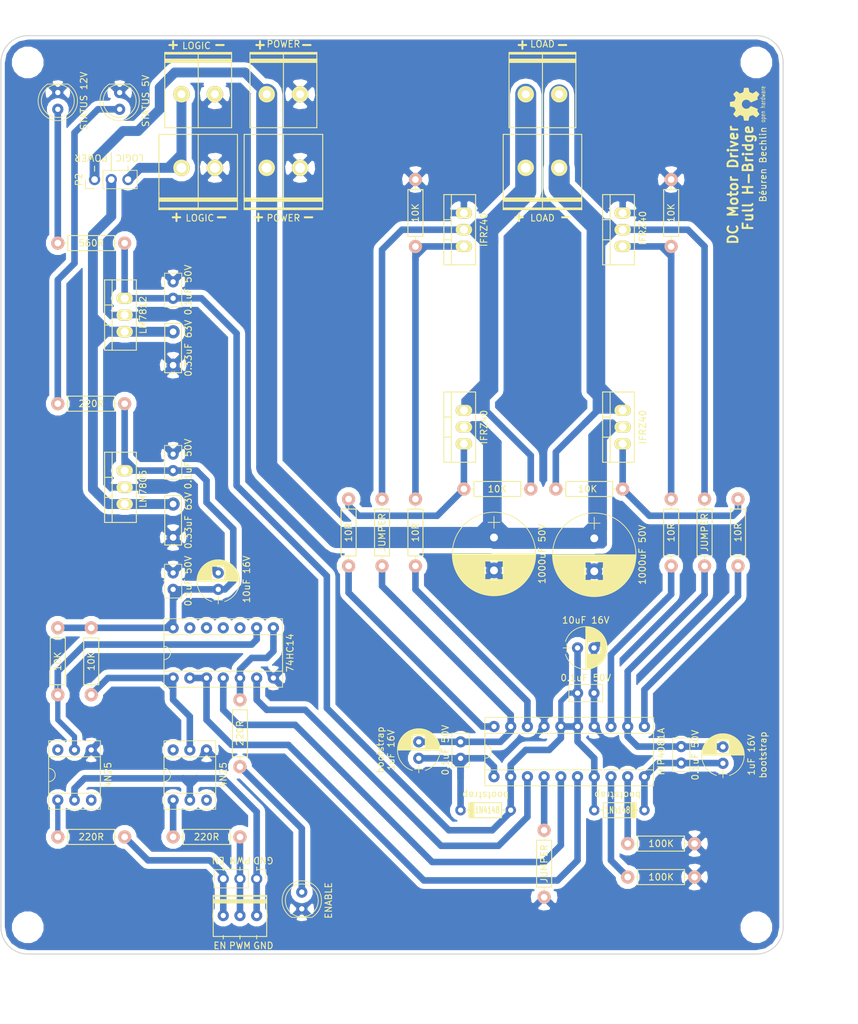
<source format=kicad_pcb>
(kicad_pcb (version 4) (host pcbnew 4.0.2+dfsg1-stable)
  (layers (0 F.Cu signal) (31 B.Cu signal) (34 B.Paste user) (35 F.Paste user) (36 B.SilkS user) (37 F.SilkS user) (38 B.Mask user) (39 F.Mask user) (44 Edge.Cuts user))
  (net 0 "")
  (net 1 VIN_REG)
  (net 2 GND)
  (net 3 "Net-(C14-Pad2)")
  (net 4 LOAD-)
  (net 5 +12V)
  (net 6 +5V)
  (net 7 "Net-(C13-Pad1)")
  (net 8 LOAD+)
  (net 9 V+)
  (net 10 "Net-(D1-Pad2)")
  (net 11 "Net-(D2-Pad2)")
  (net 12 "Net-(D5-Pad2)")
  (net 13 VIN_LOGIC)
  (net 14 GND_EXT)
  (net 15 ENABLE)
  (net 16 PWM)
  (net 17 "Net-(Q1-Pad1)")
  (net 18 "Net-(Q2-Pad1)")
  (net 19 "Net-(Q3-Pad1)")
  (net 20 "Net-(Q4-Pad1)")
  (net 21 "Net-(R1-Pad1)")
  (net 22 "Net-(R4-Pad1)")
  (net 23 "Net-(R5-Pad1)")
  (net 24 "Net-(R6-Pad1)")
  (net 25 "Net-(R7-Pad1)")
  (net 26 "Net-(R8-Pad2)")
  (net 27 "Net-(R9-Pad1)")
  (net 28 "Net-(R10-Pad2)")
  (net 29 "Net-(R11-Pad2)")
  (net 30 "Net-(R12-Pad2)")
  (net 31 "Net-(R13-Pad2)")
  (net 32 DISABLE)
  (net 33 IN_B)
  (net 34 IN_A)
  (net 35 "Net-(U4-Pad6)")
  (net 36 "Net-(U5-Pad6)")
  (net 37 "Net-(C14-Pad1)")
  (net 38 "Net-(C13-Pad2)")
  (net 39 "Net-(R18-Pad2)")
  (module Maplex_Misc:TerminalBlock_2Pin_P5.08mm_L12mm (layer F.Cu) (at 94.488 51.308)
    (fp_text reference P6 hide)
    (fp_text value TERM_BLK_2)
    (pad 1 thru_hole circle (at 0 0) (size 2.5 2.5) (drill 1.5) (layers *.Cu *.Mask F.SilkS) (net 13 VIN_LOGIC))
    (pad 2 thru_hole circle (at 5.08 0) (size 2.5 2.5) (drill 1.5) (layers *.Cu *.Mask F.SilkS) (net 2 GND))
  )
  (module Maplex_Misc:C_Disc_D7.5mm_W2.5mm_P5.00mm (layer F.Cu) (at 93.218 102.362 270)
    (fp_text reference "0.33uF 63V" (at 2.5 -2.31 270) (layer F.SilkS))
    (fp_text value "0.33 uF")
    (pad 1 thru_hole circle (at 0 0 270) (size 2 2) (drill 1) (layers *.Cu *.Mask) (net 1 VIN_REG))
    (pad 2 thru_hole circle (at 5.08 0 270) (size 2 2) (drill 1) (layers *.Cu *.Mask) (net 2 GND))
  )
  (module Maplex_Misc:C_Disc_D7.5mm_W2.5mm_P5.00mm (layer F.Cu) (at 93.218 76.2 270)
    (fp_text reference "0.33uF 63V" (at 2.5 -2.31 270) (layer F.SilkS))
    (fp_text value "0.33 uF")
    (pad 1 thru_hole circle (at 0 0 270) (size 2 2) (drill 1) (layers *.Cu *.Mask) (net 1 VIN_REG))
    (pad 2 thru_hole circle (at 5.08 0 270) (size 2 2) (drill 1) (layers *.Cu *.Mask) (net 2 GND))
  )
  (module Maplex_Misc:CP_Radial_D6.3mm_P2.50mm (layer F.Cu) (at 176.784 141.732 90)
    (fp_text reference "0.1uF 50V" (at 1.25 -4.21 90) (layer F.SilkS))
    (fp_text value C_bootstrap hide)
    (pad 1 thru_hole circle (at 0 0 90) (size 1.7 1.7) (drill 0.8) (layers *.Cu *.Mask) (net 3 "Net-(C14-Pad2)"))
    (pad 2 thru_hole circle (at 2.5 0 90) (size 1.7 1.7) (drill 0.8) (layers *.Cu *.Mask) (net 37 "Net-(C14-Pad1)"))
  )
  (module Maplex_Misc:C_Disc_D5.0mm_W2.5mm_P2.50mm (layer F.Cu) (at 154.686 131.064)
    (fp_text reference "0.1uF 50V" (at 1.25 -2.31) (layer F.SilkS))
    (fp_text value "0.1 uF")
    (pad 1 thru_hole circle (at 0 0) (size 1.7 1.7) (drill 0.8) (layers *.Cu *.Mask) (net 5 +12V))
    (pad 2 thru_hole circle (at 2.5 0) (size 1.7 1.7) (drill 0.8) (layers *.Cu *.Mask) (net 2 GND))
  )
  (module Maplex_Misc:C_Disc_D5.0mm_W2.5mm_P2.50mm (layer F.Cu) (at 93.218 97.282 90)
    (fp_text reference "0.1uF 50V" (at 1.016 2.286 90) (layer F.SilkS))
    (fp_text value "0.1 uF")
    (pad 1 thru_hole circle (at 0 0 90) (size 1.7 1.7) (drill 0.8) (layers *.Cu *.Mask) (net 6 +5V))
    (pad 2 thru_hole circle (at 2.5 0 90) (size 1.7 1.7) (drill 0.8) (layers *.Cu *.Mask) (net 2 GND))
  )
  (module Maplex_Misc:CP_Radial_D6.3mm_P2.50mm (layer F.Cu) (at 130.556 140.97 90)
    (fp_text reference "1uF 16V" (at 1.25 -4.21 90) (layer F.SilkS))
    (fp_text value C_bootstrap)
    (pad 1 thru_hole circle (at 0 0 90) (size 1.7 1.7) (drill 0.8) (layers *.Cu *.Mask) (net 7 "Net-(C13-Pad1)"))
    (pad 2 thru_hole circle (at 2.5 0 90) (size 1.7 1.7) (drill 0.8) (layers *.Cu *.Mask) (net 38 "Net-(C13-Pad2)"))
  )
  (module Maplex_Misc:CP_Radial_D6.3mm_P2.50mm (layer F.Cu) (at 154.686 124.206)
    (fp_text reference "10uF 16V" (at 1.25 -4.21) (layer F.SilkS))
    (fp_text value 10uFx16v)
    (pad 1 thru_hole circle (at 0 0) (size 1.7 1.7) (drill 0.8) (layers *.Cu *.Mask) (net 5 +12V))
    (pad 2 thru_hole circle (at 2.5 0) (size 1.7 1.7) (drill 0.8) (layers *.Cu *.Mask) (net 2 GND))
  )
  (module Maplex_Misc:C_Disc_D5.0mm_W2.5mm_P2.50mm (layer F.Cu) (at 93.218 71.12 90)
    (fp_text reference "0.1uF 50V" (at 1.27 2.286 90) (layer F.SilkS))
    (fp_text value 0.1uF)
    (pad 1 thru_hole circle (at 0 0 90) (size 1.7 1.7) (drill 0.8) (layers *.Cu *.Mask) (net 5 +12V))
    (pad 2 thru_hole circle (at 2.5 0 90) (size 1.7 1.7) (drill 0.8) (layers *.Cu *.Mask) (net 2 GND))
  )
  (module Maplex_Misc:CP_Radial_D6.3mm_P2.50mm (layer F.Cu) (at 100.076 115.316 90)
    (fp_text reference "10uF 16V" (at 1.524 4.318 90) (layer F.SilkS))
    (fp_text value 10uFx16v)
    (pad 1 thru_hole circle (at 0 0 90) (size 1.7 1.7) (drill 0.8) (layers *.Cu *.Mask) (net 6 +5V))
    (pad 2 thru_hole circle (at 2.5 0 90) (size 1.7 1.7) (drill 0.8) (layers *.Cu *.Mask) (net 2 GND))
  )
  (module Maplex_Misc:C_Disc_D5.0mm_W2.5mm_P2.50mm (layer F.Cu) (at 93.218 115.316 90)
    (fp_text reference "0.1uF 50V" (at 1.27 2.286 90) (layer F.SilkS))
    (fp_text value 0.1uF)
    (pad 1 thru_hole circle (at 0 0 90) (size 1.7 1.7) (drill 0.8) (layers *.Cu *.Mask) (net 6 +5V))
    (pad 2 thru_hole circle (at 2.5 0 90) (size 1.7 1.7) (drill 0.8) (layers *.Cu *.Mask) (net 2 GND))
  )
  (module Maplex_Misc:C_Disc_D5.0mm_W2.5mm_P2.50mm (layer F.Cu) (at 136.906 140.97 90)
    (fp_text reference "0.1uF 50V" (at 1.25 -2.31 90) (layer F.SilkS))
    (fp_text value 0.1uF)
    (pad 1 thru_hole circle (at 0 0 90) (size 1.7 1.7) (drill 0.8) (layers *.Cu *.Mask) (net 7 "Net-(C13-Pad1)"))
    (pad 2 thru_hole circle (at 2.5 0 90) (size 1.7 1.7) (drill 0.8) (layers *.Cu *.Mask) (net 38 "Net-(C13-Pad2)"))
  )
  (module Maplex_Misc:C_Disc_D5.0mm_W2.5mm_P2.50mm (layer F.Cu) (at 170.434 139.192 270)
    (fp_text reference "1uF 16V" (at 1.27 -10.668 270) (layer F.SilkS))
    (fp_text value 0.1uF)
    (pad 1 thru_hole circle (at 0 0 270) (size 1.7 1.7) (drill 0.8) (layers *.Cu *.Mask) (net 37 "Net-(C14-Pad1)"))
    (pad 2 thru_hole circle (at 2.5 0 270) (size 1.7 1.7) (drill 0.8) (layers *.Cu *.Mask) (net 3 "Net-(C14-Pad2)"))
  )
  (module Maplex_Misc:LED_D5.0mm (layer F.Cu) (at 112.776 163.83 90)
    (fp_text reference ENABLE (at 1.27 4.064 90) (layer F.SilkS))
    (fp_text value LED)
    (pad 1 thru_hole circle (at 0 0 90) (size 1.7 1.7) (drill 0.8) (layers *.Cu *.Mask) (net 2 GND))
    (pad 2 thru_hole circle (at 2.54 0 90) (size 1.7 1.7) (drill 0.8) (layers *.Cu *.Mask) (net 10 "Net-(D1-Pad2)"))
  )
  (module Maplex_Misc:LED_D5.0mm (layer F.Cu) (at 75.692 39.878 270)
    (fp_text reference "STATUS 12V" (at 1.27 -3.96 270) (layer F.SilkS))
    (fp_text value LED)
    (pad 1 thru_hole circle (at 0 0 270) (size 1.7 1.7) (drill 0.8) (layers *.Cu *.Mask) (net 2 GND))
    (pad 2 thru_hole circle (at 2.54 0 270) (size 1.7 1.7) (drill 0.8) (layers *.Cu *.Mask) (net 11 "Net-(D2-Pad2)"))
  )
  (module Maplex_Misc:Diode_P7.6mm_5mm (layer F.Cu) (at 136.906 148.844)
    (fp_text reference 1N4148 (at 4.064 0) (layer F.SilkS) (effects (font (size 1 0.65))))
    (fp_text value D_bootstrap)
    (pad 1 thru_hole circle (at 0 0) (size 1.6 1.6) (drill 0.8) (layers *.Cu *.Mask) (net 7 "Net-(C13-Pad1)"))
    (pad 2 thru_hole oval (at 7.62 0) (size 1.6 1.6) (drill 0.8) (layers *.Cu *.Mask) (net 5 +12V))
  )
  (module Maplex_Misc:Diode_P7.6mm_5mm (layer F.Cu) (at 164.846 148.844 180)
    (fp_text reference 1N4148 (at 4.064 0 180) (layer F.SilkS) (effects (font (size 1 0.65))))
    (fp_text value D_bootstrap hide)
    (pad 1 thru_hole circle (at 0 0 180) (size 1.6 1.6) (drill 0.8) (layers *.Cu *.Mask) (net 3 "Net-(C14-Pad2)"))
    (pad 2 thru_hole oval (at 7.62 0 180) (size 1.6 1.6) (drill 0.8) (layers *.Cu *.Mask) (net 5 +12V))
  )
  (module Maplex_Misc:LED_D5.0mm (layer F.Cu) (at 85.09 39.878 270)
    (fp_text reference "STATUS 5V" (at 1.27 -3.96 270) (layer F.SilkS))
    (fp_text value LED)
    (pad 1 thru_hole circle (at 0 0 270) (size 1.7 1.7) (drill 0.8) (layers *.Cu *.Mask) (net 2 GND))
    (pad 2 thru_hole circle (at 2.54 0 270) (size 1.7 1.7) (drill 0.8) (layers *.Cu *.Mask) (net 12 "Net-(D5-Pad2)"))
  )
  (module Maplex_Misc:TerminalBlock_2Pin_P5.08mm_L12mm (layer F.Cu) (at 146.812 51.308)
    (fp_text reference LOAD hide)
    (fp_text value TERM_BLK_2)
    (pad 1 thru_hole circle (at 0 0) (size 2.5 2.5) (drill 1.5) (layers *.Cu *.Mask F.SilkS) (net 8 LOAD+))
    (pad 2 thru_hole circle (at 5.08 0) (size 2.5 2.5) (drill 1.5) (layers *.Cu *.Mask F.SilkS) (net 4 LOAD-))
  )
  (module Maplex_Misc:Molex_3Pin_180_TH (layer F.Cu) (at 100.838 164.846)
    (fp_text reference P3 hide)
    (fp_text value MOLEX_P3)
    (pad 1 thru_hole circle (at 0 0) (size 1.7 1.7) (drill 0.8) (layers *.Cu *.Mask) (net 15 ENABLE))
    (pad 2 thru_hole circle (at 2.54 0) (size 1.7 1.7) (drill 0.8) (layers *.Cu *.Mask) (net 16 PWM))
    (pad 3 thru_hole circle (at 5.08 0) (size 1.7 1.7) (drill 0.8) (layers *.Cu *.Mask) (net 14 GND_EXT))
  )
  (module Maplex_Misc:TerminalBlock_2Pin_P5.08mm_L9mm (layer F.Cu) (at 151.892 40.132 180)
    (fp_text reference LOAD (at 2.54 7.62 180) (layer F.SilkS))
    (fp_text value TERM_BLK_1)
    (pad 1 thru_hole circle (at 0 0 180) (size 2.5 2.5) (drill 1.2) (layers *.Cu *.Mask F.SilkS) (net 4 LOAD-))
    (pad 2 thru_hole circle (at 5.08 0 180) (size 2.5 2.5) (drill 1.2) (layers *.Cu *.Mask F.SilkS) (net 8 LOAD+))
  )
  (module Maplex_Misc:TerminalBlock_2Pin_P5.08mm_L12mm (layer F.Cu) (at 107.442 51.308)
    (fp_text reference P9 hide)
    (fp_text value TERM_BLK_2)
    (pad 1 thru_hole circle (at 0 0) (size 2.5 2.5) (drill 1.5) (layers *.Cu *.Mask F.SilkS) (net 9 V+))
    (pad 2 thru_hole circle (at 5.08 0) (size 2.5 2.5) (drill 1.5) (layers *.Cu *.Mask F.SilkS) (net 2 GND))
  )
  (module Maplex_Misc:TerminalBlock_2Pin_P5.08mm_L9mm (layer F.Cu) (at 99.568 40.132 180)
    (fp_text reference LOGIC (at 2.794 7.366 180) (layer F.SilkS))
    (fp_text value TERM_BLK_1)
    (pad 1 thru_hole circle (at 0 0 180) (size 2.5 2.5) (drill 1.2) (layers *.Cu *.Mask F.SilkS) (net 2 GND))
    (pad 2 thru_hole circle (at 5.08 0 180) (size 2.5 2.5) (drill 1.2) (layers *.Cu *.Mask F.SilkS) (net 13 VIN_LOGIC))
  )
  (module Maplex_Misc:TerminalBlock_2Pin_P5.08mm_L9mm (layer F.Cu) (at 112.522 40.132 180)
    (fp_text reference POWER (at 2.54 7.62 180) (layer F.SilkS))
    (fp_text value TERM_BLK_1)
    (pad 1 thru_hole circle (at 0 0 180) (size 2.5 2.5) (drill 1.2) (layers *.Cu *.Mask F.SilkS) (net 2 GND))
    (pad 2 thru_hole circle (at 5.08 0 180) (size 2.5 2.5) (drill 1.2) (layers *.Cu *.Mask F.SilkS) (net 9 V+))
  )
  (module Maplex_Misc:TO-220_Neutral_Vertical (layer F.Cu) (at 137.414 93.218 90)
    (fp_text reference IFRZ40 (at 2.54 3.048 90) (layer F.SilkS))
    (fp_text value IRFZ40)
    (pad 2 thru_hole oval (at 2.54 0 180) (size 2.49936 1.7) (drill 1.2) (layers *.Cu *.Mask F.SilkS) (net 9 V+))
    (pad 1 thru_hole oval (at 0 0 180) (size 2.49936 1.7) (drill 1.2) (layers *.Cu *.Mask F.SilkS) (net 17 "Net-(Q1-Pad1)"))
    (pad 3 thru_hole oval (at 5.08 0 180) (size 2.49936 1.7) (drill 1.2) (layers *.Cu *.Mask F.SilkS) (net 8 LOAD+))
  )
  (module Maplex_Misc:TO-220_Neutral_Vertical (layer F.Cu) (at 137.414 63.246 90)
    (fp_text reference IFRZ40 (at 2.54 3.048 90) (layer F.SilkS))
    (fp_text value IRFZ40)
    (pad 2 thru_hole oval (at 2.54 0 180) (size 2.49936 1.7) (drill 1.2) (layers *.Cu *.Mask F.SilkS) (net 8 LOAD+))
    (pad 1 thru_hole oval (at 0 0 180) (size 2.49936 1.7) (drill 1.2) (layers *.Cu *.Mask F.SilkS) (net 18 "Net-(Q2-Pad1)"))
    (pad 3 thru_hole oval (at 5.08 0 180) (size 2.49936 1.7) (drill 1.2) (layers *.Cu *.Mask F.SilkS) (net 2 GND))
  )
  (module Maplex_Misc:TO-220_Neutral_Vertical (layer F.Cu) (at 161.544 93.218 90)
    (fp_text reference IFRZ40 (at 2.54 3.048 90) (layer F.SilkS))
    (fp_text value IRFZ40)
    (pad 2 thru_hole oval (at 2.54 0 180) (size 2.49936 1.7) (drill 1.2) (layers *.Cu *.Mask F.SilkS) (net 9 V+))
    (pad 1 thru_hole oval (at 0 0 180) (size 2.49936 1.7) (drill 1.2) (layers *.Cu *.Mask F.SilkS) (net 19 "Net-(Q3-Pad1)"))
    (pad 3 thru_hole oval (at 5.08 0 180) (size 2.49936 1.7) (drill 1.2) (layers *.Cu *.Mask F.SilkS) (net 4 LOAD-))
  )
  (module Maplex_Misc:TO-220_Neutral_Vertical (layer F.Cu) (at 161.544 63.246 90)
    (fp_text reference IFRZ40 (at 2.794 3.048 90) (layer F.SilkS))
    (fp_text value IRFZ40)
    (pad 2 thru_hole oval (at 2.54 0 180) (size 2.49936 1.7) (drill 1.2) (layers *.Cu *.Mask F.SilkS) (net 4 LOAD-))
    (pad 1 thru_hole oval (at 0 0 180) (size 2.49936 1.7) (drill 1.2) (layers *.Cu *.Mask F.SilkS) (net 20 "Net-(Q4-Pad1)"))
    (pad 3 thru_hole oval (at 5.08 0 180) (size 2.49936 1.7) (drill 1.2) (layers *.Cu *.Mask F.SilkS) (net 2 GND))
  )
  (module Maplex_Misc:Resistor_Horizontal_RM10mm_L7mm (layer F.Cu) (at 93.218 152.908)
    (fp_text reference 220R (at 5.08 0) (layer F.SilkS))
    (fp_text value 220)
    (pad 1 thru_hole circle (at 0 0) (size 1.99898 1.99898) (drill 1) (layers *.Cu *.SilkS *.Mask) (net 21 "Net-(R1-Pad1)"))
    (pad 2 thru_hole circle (at 10.16 0) (size 1.99898 1.99898) (drill 1) (layers *.Cu *.SilkS *.Mask) (net 16 PWM))
  )
  (module Maplex_Misc:Resistor_Horizontal_RM10mm_L7mm (layer F.Cu) (at 75.692 62.738)
    (fp_text reference 560R (at 5.08 0) (layer F.SilkS))
    (fp_text value 560)
    (pad 1 thru_hole circle (at 0 0) (size 1.99898 1.99898) (drill 1) (layers *.Cu *.SilkS *.Mask) (net 11 "Net-(D2-Pad2)"))
    (pad 2 thru_hole circle (at 10.16 0) (size 1.99898 1.99898) (drill 1) (layers *.Cu *.SilkS *.Mask) (net 5 +12V))
  )
  (module Maplex_Misc:Resistor_Horizontal_RM10mm_L7mm (layer F.Cu) (at 75.692 87.122)
    (fp_text reference 220R (at 5.08 0) (layer F.SilkS))
    (fp_text value 220)
    (pad 1 thru_hole circle (at 0 0) (size 1.99898 1.99898) (drill 1) (layers *.Cu *.SilkS *.Mask) (net 12 "Net-(D5-Pad2)"))
    (pad 2 thru_hole circle (at 10.16 0) (size 1.99898 1.99898) (drill 1) (layers *.Cu *.SilkS *.Mask) (net 6 +5V))
  )
  (module Maplex_Misc:Resistor_Horizontal_RM10mm_L7mm (layer F.Cu) (at 75.692 152.908)
    (fp_text reference 220R (at 5.08 0) (layer F.SilkS))
    (fp_text value 220)
    (pad 1 thru_hole circle (at 0 0) (size 1.99898 1.99898) (drill 1) (layers *.Cu *.SilkS *.Mask) (net 22 "Net-(R4-Pad1)"))
    (pad 2 thru_hole circle (at 10.16 0) (size 1.99898 1.99898) (drill 1) (layers *.Cu *.SilkS *.Mask) (net 15 ENABLE))
  )
  (module Maplex_Misc:Resistor_Horizontal_RM10mm_L7mm (layer F.Cu) (at 162.306 159.004)
    (fp_text reference 100K (at 5.08 0) (layer F.SilkS))
    (fp_text value 100k)
    (pad 1 thru_hole circle (at 0 0) (size 1.99898 1.99898) (drill 1) (layers *.Cu *.SilkS *.Mask) (net 23 "Net-(R5-Pad1)"))
    (pad 2 thru_hole circle (at 10.16 0) (size 1.99898 1.99898) (drill 1) (layers *.Cu *.SilkS *.Mask) (net 2 GND))
  )
  (module Maplex_Misc:Resistor_Horizontal_RM10mm_L7mm (layer F.Cu) (at 75.692 131.318 90)
    (fp_text reference 10K (at 5.08 0 90) (layer F.SilkS))
    (fp_text value 10k)
    (pad 1 thru_hole circle (at 0 0 90) (size 1.99898 1.99898) (drill 1) (layers *.Cu *.SilkS *.Mask) (net 24 "Net-(R6-Pad1)"))
    (pad 2 thru_hole circle (at 10.16 0 90) (size 1.99898 1.99898) (drill 1) (layers *.Cu *.SilkS *.Mask) (net 6 +5V))
  )
  (module Maplex_Misc:Resistor_Horizontal_RM10mm_L7mm (layer F.Cu) (at 80.772 131.318 90)
    (fp_text reference 10K (at 5.08 0 90) (layer F.SilkS))
    (fp_text value 10k)
    (pad 1 thru_hole circle (at 0 0 90) (size 1.99898 1.99898) (drill 1) (layers *.Cu *.SilkS *.Mask) (net 25 "Net-(R7-Pad1)"))
    (pad 2 thru_hole circle (at 10.16 0 90) (size 1.99898 1.99898) (drill 1) (layers *.Cu *.SilkS *.Mask) (net 6 +5V))
  )
  (module Maplex_Misc:Resistor_Horizontal_RM10mm_L7mm (layer F.Cu) (at 103.378 142.24 90)
    (fp_text reference 220R (at 5.08 0 90) (layer F.SilkS))
    (fp_text value 220)
    (pad 1 thru_hole circle (at 0 0 90) (size 1.99898 1.99898) (drill 1) (layers *.Cu *.SilkS *.Mask) (net 10 "Net-(D1-Pad2)"))
    (pad 2 thru_hole circle (at 10.16 0 90) (size 1.99898 1.99898) (drill 1) (layers *.Cu *.SilkS *.Mask) (net 26 "Net-(R8-Pad2)"))
  )
  (module Maplex_Misc:Resistor_Horizontal_RM10mm_L7mm (layer F.Cu) (at 162.306 153.924)
    (fp_text reference 100K (at 5.08 0) (layer F.SilkS))
    (fp_text value 100k)
    (pad 1 thru_hole circle (at 0 0) (size 1.99898 1.99898) (drill 1) (layers *.Cu *.SilkS *.Mask) (net 27 "Net-(R9-Pad1)"))
    (pad 2 thru_hole circle (at 10.16 0) (size 1.99898 1.99898) (drill 1) (layers *.Cu *.SilkS *.Mask) (net 2 GND))
  )
  (module Maplex_Misc:Resistor_Horizontal_RM10mm_L7mm (layer F.Cu) (at 119.888 101.6 270)
    (fp_text reference 10R (at 5.08 0 270) (layer F.SilkS))
    (fp_text value 10)
    (pad 1 thru_hole circle (at 0 0 270) (size 1.99898 1.99898) (drill 1) (layers *.Cu *.SilkS *.Mask) (net 17 "Net-(Q1-Pad1)"))
    (pad 2 thru_hole circle (at 10.16 0 270) (size 1.99898 1.99898) (drill 1) (layers *.Cu *.SilkS *.Mask) (net 28 "Net-(R10-Pad2)"))
  )
  (module Maplex_Misc:Resistor_Horizontal_RM10mm_L7mm (layer F.Cu) (at 130.048 101.6 270)
    (fp_text reference 10R (at 5.08 0 270) (layer F.SilkS))
    (fp_text value 10)
    (pad 1 thru_hole circle (at 0 0 270) (size 1.99898 1.99898) (drill 1) (layers *.Cu *.SilkS *.Mask) (net 18 "Net-(Q2-Pad1)"))
    (pad 2 thru_hole circle (at 10.16 0 270) (size 1.99898 1.99898) (drill 1) (layers *.Cu *.SilkS *.Mask) (net 29 "Net-(R11-Pad2)"))
  )
  (module Maplex_Misc:Resistor_Horizontal_RM10mm_L7mm (layer F.Cu) (at 179.07 101.6 270)
    (fp_text reference 10R (at 5.08 0 270) (layer F.SilkS))
    (fp_text value 10)
    (pad 1 thru_hole circle (at 0 0 270) (size 1.99898 1.99898) (drill 1) (layers *.Cu *.SilkS *.Mask) (net 19 "Net-(Q3-Pad1)"))
    (pad 2 thru_hole circle (at 10.16 0 270) (size 1.99898 1.99898) (drill 1) (layers *.Cu *.SilkS *.Mask) (net 30 "Net-(R12-Pad2)"))
  )
  (module Maplex_Misc:Resistor_Horizontal_RM10mm_L7mm (layer F.Cu) (at 168.91 101.6 270)
    (fp_text reference 10R (at 5.08 0 270) (layer F.SilkS))
    (fp_text value 10)
    (pad 1 thru_hole circle (at 0 0 270) (size 1.99898 1.99898) (drill 1) (layers *.Cu *.SilkS *.Mask) (net 20 "Net-(Q4-Pad1)"))
    (pad 2 thru_hole circle (at 10.16 0 270) (size 1.99898 1.99898) (drill 1) (layers *.Cu *.SilkS *.Mask) (net 31 "Net-(R13-Pad2)"))
  )
  (module Maplex_Misc:Resistor_Horizontal_RM10mm_L7mm (layer F.Cu) (at 137.414 100.076)
    (fp_text reference 10K (at 5.08 0) (layer F.SilkS))
    (fp_text value 10k)
    (pad 1 thru_hole circle (at 0 0) (size 1.99898 1.99898) (drill 1) (layers *.Cu *.SilkS *.Mask) (net 17 "Net-(Q1-Pad1)"))
    (pad 2 thru_hole circle (at 10.16 0) (size 1.99898 1.99898) (drill 1) (layers *.Cu *.SilkS *.Mask) (net 8 LOAD+))
  )
  (module Maplex_Misc:Resistor_Horizontal_RM10mm_L7mm (layer F.Cu) (at 130.048 63.246 90)
    (fp_text reference 10K (at 5.08 0 90) (layer F.SilkS))
    (fp_text value 10k)
    (pad 1 thru_hole circle (at 0 0 90) (size 1.99898 1.99898) (drill 1) (layers *.Cu *.SilkS *.Mask) (net 18 "Net-(Q2-Pad1)"))
    (pad 2 thru_hole circle (at 10.16 0 90) (size 1.99898 1.99898) (drill 1) (layers *.Cu *.SilkS *.Mask) (net 2 GND))
  )
  (module Maplex_Misc:Resistor_Horizontal_RM10mm_L7mm (layer F.Cu) (at 161.544 100.076 180)
    (fp_text reference 10K (at 5.334 0 180) (layer F.SilkS))
    (fp_text value 10k)
    (pad 1 thru_hole circle (at 0 0 180) (size 1.99898 1.99898) (drill 1) (layers *.Cu *.SilkS *.Mask) (net 19 "Net-(Q3-Pad1)"))
    (pad 2 thru_hole circle (at 10.16 0 180) (size 1.99898 1.99898) (drill 1) (layers *.Cu *.SilkS *.Mask) (net 4 LOAD-))
  )
  (module Maplex_Misc:Resistor_Horizontal_RM10mm_L7mm (layer F.Cu) (at 168.91 63.246 90)
    (fp_text reference 10K (at 5.08 0 90) (layer F.SilkS))
    (fp_text value 10k)
    (pad 1 thru_hole circle (at 0 0 90) (size 1.99898 1.99898) (drill 1) (layers *.Cu *.SilkS *.Mask) (net 20 "Net-(Q4-Pad1)"))
    (pad 2 thru_hole circle (at 10.16 0 90) (size 1.99898 1.99898) (drill 1) (layers *.Cu *.SilkS *.Mask) (net 2 GND))
  )
  (module Maplex_Misc:TO-220_Neutral_Vertical (layer F.Cu) (at 85.852 102.362 90)
    (fp_text reference LM7805 (at 2.286 2.794 90) (layer F.SilkS))
    (fp_text value LM7805CT)
    (pad 2 thru_hole oval (at 2.54 0 180) (size 2.49936 1.7) (drill 1.2) (layers *.Cu *.Mask F.SilkS) (net 2 GND))
    (pad 1 thru_hole oval (at 0 0 180) (size 2.49936 1.7) (drill 1.2) (layers *.Cu *.Mask F.SilkS) (net 1 VIN_REG))
    (pad 3 thru_hole oval (at 5.08 0 180) (size 2.49936 1.7) (drill 1.2) (layers *.Cu *.Mask F.SilkS) (net 6 +5V))
  )
  (module Maplex_Misc:TO-220_Neutral_Vertical (layer F.Cu) (at 85.852 76.2 90)
    (fp_text reference LM7812 (at 2.54 2.794 90) (layer F.SilkS))
    (fp_text value LM7812CT)
    (pad 2 thru_hole oval (at 2.54 0 180) (size 2.49936 1.7) (drill 1.2) (layers *.Cu *.Mask F.SilkS) (net 2 GND))
    (pad 1 thru_hole oval (at 0 0 180) (size 2.49936 1.7) (drill 1.2) (layers *.Cu *.Mask F.SilkS) (net 1 VIN_REG))
    (pad 3 thru_hole oval (at 5.08 0 180) (size 2.49936 1.7) (drill 1.2) (layers *.Cu *.Mask F.SilkS) (net 5 +12V))
  )
  (module Maplex_Misc:DIP-20_W7.62mm_Socket (layer F.Cu) (at 141.986 143.764 90)
    (fp_text reference HIP4081A (at 3.81 25.4 90) (layer F.SilkS))
    (fp_text value HIP4081A hide)
    (pad 1 thru_hole circle (at 0 0 90) (size 1.7 1.7) (drill 0.8) (layers *.Cu *.Mask) (net 7 "Net-(C13-Pad1)"))
    (pad 11 thru_hole circle (at 7.62 22.86 90) (size 1.7 1.7) (drill 0.8) (layers *.Cu *.Mask) (net 30 "Net-(R12-Pad2)"))
    (pad 2 thru_hole circle (at 0 2.54 90) (size 1.7 1.7) (drill 0.8) (layers *.Cu *.Mask) (net 5 +12V))
    (pad 12 thru_hole circle (at 7.62 20.32 90) (size 1.7 1.7) (drill 0.8) (layers *.Cu *.Mask) (net 37 "Net-(C14-Pad1)"))
    (pad 3 thru_hole circle (at 0 5.08 90) (size 1.7 1.7) (drill 0.8) (layers *.Cu *.Mask) (net 32 DISABLE))
    (pad 13 thru_hole circle (at 7.62 17.78 90) (size 1.7 1.7) (drill 0.8) (layers *.Cu *.Mask) (net 31 "Net-(R13-Pad2)"))
    (pad 4 thru_hole circle (at 0 7.62 90) (size 1.7 1.7) (drill 0.8) (layers *.Cu *.Mask) (net 39 "Net-(R18-Pad2)"))
    (pad 14 thru_hole circle (at 7.62 15.24 90) (size 1.7 1.7) (drill 0.8) (layers *.Cu *.Mask) (net 2 GND))
    (pad 5 thru_hole circle (at 0 10.16 90) (size 1.7 1.7) (drill 0.8) (layers *.Cu *.Mask) (net 33 IN_B))
    (pad 15 thru_hole circle (at 7.62 12.7 90) (size 1.7 1.7) (drill 0.8) (layers *.Cu *.Mask) (net 5 +12V))
    (pad 6 thru_hole circle (at 0 12.7 90) (size 1.7 1.7) (drill 0.8) (layers *.Cu *.Mask) (net 34 IN_A))
    (pad 16 thru_hole circle (at 7.62 10.16 90) (size 1.7 1.7) (drill 0.8) (layers *.Cu *.Mask) (net 5 +12V))
    (pad 7 thru_hole circle (at 0 15.24 90) (size 1.7 1.7) (drill 0.8) (layers *.Cu *.Mask) (net 5 +12V))
    (pad 17 thru_hole circle (at 7.62 7.62 90) (size 1.7 1.7) (drill 0.8) (layers *.Cu *.Mask) (net 2 GND))
    (pad 8 thru_hole circle (at 0 17.78 90) (size 1.7 1.7) (drill 0.8) (layers *.Cu *.Mask) (net 23 "Net-(R5-Pad1)"))
    (pad 18 thru_hole circle (at 7.62 5.08 90) (size 1.7 1.7) (drill 0.8) (layers *.Cu *.Mask) (net 29 "Net-(R11-Pad2)"))
    (pad 9 thru_hole circle (at 0 20.32 90) (size 1.7 1.7) (drill 0.8) (layers *.Cu *.Mask) (net 27 "Net-(R9-Pad1)"))
    (pad 19 thru_hole circle (at 7.62 2.54 90) (size 1.7 1.7) (drill 0.8) (layers *.Cu *.Mask) (net 38 "Net-(C13-Pad2)"))
    (pad 10 thru_hole circle (at 0 22.86 90) (size 1.7 1.7) (drill 0.8) (layers *.Cu *.Mask) (net 3 "Net-(C14-Pad2)"))
    (pad 20 thru_hole circle (at 7.62 0 90) (size 1.7 1.7) (drill 0.8) (layers *.Cu *.Mask) (net 28 "Net-(R10-Pad2)"))
  )
  (module Maplex_Misc:DIP-6_W7.62mm_Socket (layer F.Cu) (at 93.218 147.32 90)
    (fp_text reference 4N25 (at 3.81 7.62 90) (layer F.SilkS))
    (fp_text value 4N25)
    (pad 1 thru_hole circle (at 0 0 90) (size 1.7 1.7) (drill 0.8) (layers *.Cu *.Mask) (net 21 "Net-(R1-Pad1)"))
    (pad 4 thru_hole circle (at 7.62 5.08 90) (size 1.7 1.7) (drill 0.8) (layers *.Cu *.Mask) (net 2 GND))
    (pad 2 thru_hole oval (at 0 2.54 90) (size 1.7 1.6) (drill 0.8) (layers *.Cu *.Mask) (net 14 GND_EXT))
    (pad 5 thru_hole circle (at 7.62 2.54 90) (size 1.7 1.7) (drill 0.8) (layers *.Cu *.Mask) (net 25 "Net-(R7-Pad1)"))
    (pad 3 thru_hole oval (at 0 5.08 90) (size 1.7 1.6) (drill 0.8) (layers *.Cu *.Mask))
    (pad 6 thru_hole circle (at 7.62 0 90) (size 1.7 1.7) (drill 0.8) (layers *.Cu *.Mask) (net 35 "Net-(U4-Pad6)"))
  )
  (module Maplex_Misc:DIP-6_W7.62mm_Socket (layer F.Cu) (at 75.692 147.32 90)
    (fp_text reference 4N25 (at 3.81 7.62 90) (layer F.SilkS))
    (fp_text value 4N25)
    (pad 1 thru_hole circle (at 0 0 90) (size 1.7 1.7) (drill 0.8) (layers *.Cu *.Mask) (net 22 "Net-(R4-Pad1)"))
    (pad 4 thru_hole circle (at 7.62 5.08 90) (size 1.7 1.7) (drill 0.8) (layers *.Cu *.Mask) (net 2 GND))
    (pad 2 thru_hole oval (at 0 2.54 90) (size 1.7 1.6) (drill 0.8) (layers *.Cu *.Mask) (net 14 GND_EXT))
    (pad 5 thru_hole circle (at 7.62 2.54 90) (size 1.7 1.7) (drill 0.8) (layers *.Cu *.Mask) (net 24 "Net-(R6-Pad1)"))
    (pad 3 thru_hole oval (at 0 5.08 90) (size 1.7 1.6) (drill 0.8) (layers *.Cu *.Mask))
    (pad 6 thru_hole circle (at 7.62 0 90) (size 1.7 1.7) (drill 0.8) (layers *.Cu *.Mask) (net 36 "Net-(U5-Pad6)"))
  )
  (module Maplex_Misc:DIP-14_W7.62mm_Socket (layer F.Cu) (at 93.218 128.778 90)
    (fp_text reference 74HC14 (at 3.81 17.78 90) (layer F.SilkS))
    (fp_text value 74HC14)
    (pad 1 thru_hole circle (at 0 0 90) (size 1.7 1.7) (drill 0.8) (layers *.Cu *.Mask) (net 25 "Net-(R7-Pad1)"))
    (pad 8 thru_hole circle (at 7.62 15.24 90) (size 1.7 1.7) (drill 0.8) (layers *.Cu *.Mask) (net 26 "Net-(R8-Pad2)"))
    (pad 2 thru_hole circle (at 0 2.54 90) (size 1.7 1.7) (drill 0.8) (layers *.Cu *.Mask) (net 34 IN_A))
    (pad 9 thru_hole circle (at 7.62 12.7 90) (size 1.7 1.7) (drill 0.8) (layers *.Cu *.Mask) (net 24 "Net-(R6-Pad1)"))
    (pad 3 thru_hole circle (at 0 5.08 90) (size 1.7 1.7) (drill 0.8) (layers *.Cu *.Mask) (net 34 IN_A))
    (pad 10 thru_hole circle (at 7.62 10.16 90) (size 1.7 1.7) (drill 0.8) (layers *.Cu *.Mask))
    (pad 4 thru_hole circle (at 0 7.62 90) (size 1.7 1.7) (drill 0.8) (layers *.Cu *.Mask) (net 33 IN_B))
    (pad 11 thru_hole circle (at 7.62 7.62 90) (size 1.7 1.7) (drill 0.8) (layers *.Cu *.Mask))
    (pad 5 thru_hole oval (at 0 10.16 90) (size 1.6 1.6) (drill 0.8) (layers *.Cu *.Mask) (net 26 "Net-(R8-Pad2)"))
    (pad 12 thru_hole circle (at 7.62 5.08 90) (size 1.7 1.7) (drill 0.8) (layers *.Cu *.Mask))
    (pad 6 thru_hole circle (at 0 12.7 90) (size 1.7 1.7) (drill 0.8) (layers *.Cu *.Mask) (net 32 DISABLE))
    (pad 13 thru_hole circle (at 7.62 2.54 90) (size 1.7 1.7) (drill 0.8) (layers *.Cu *.Mask))
    (pad 7 thru_hole circle (at 0 15.24 90) (size 1.7 1.7) (drill 0.8) (layers *.Cu *.Mask) (net 2 GND))
    (pad 14 thru_hole circle (at 7.62 0 90) (size 1.7 1.7) (drill 0.8) (layers *.Cu *.Mask) (net 6 +5V))
  )
  (module Maplex_Misc:Resistor_Horizontal_RM10mm_L7mm (layer F.Cu) (at 149.606 162.052 90)
    (fp_text reference JUMPER (at 5.08 0 90) (layer F.SilkS))
    (fp_text value 0)
    (pad 1 thru_hole circle (at 0 0 90) (size 1.99898 1.99898) (drill 1) (layers *.Cu *.SilkS *.Mask) (net 2 GND))
    (pad 2 thru_hole circle (at 10.16 0 90) (size 1.99898 1.99898) (drill 1) (layers *.Cu *.SilkS *.Mask) (net 39 "Net-(R18-Pad2)"))
  )
  (module Maplex_Misc:Resistor_Horizontal_RM10mm_L7mm (layer F.Cu) (at 124.968 101.6 270)
    (fp_text reference JUMPER (at 5.08 0 270) (layer F.SilkS))
    (fp_text value 0)
    (pad 1 thru_hole circle (at 0 0 270) (size 1.99898 1.99898) (drill 1) (layers *.Cu *.SilkS *.Mask) (net 8 LOAD+))
    (pad 2 thru_hole circle (at 10.16 0 270) (size 1.99898 1.99898) (drill 1) (layers *.Cu *.SilkS *.Mask) (net 38 "Net-(C13-Pad2)"))
  )
  (module Maplex_Misc:Resistor_Horizontal_RM10mm_L7mm (layer F.Cu) (at 173.99 101.6 270)
    (fp_text reference JUMPER (at 5.08 0 270) (layer F.SilkS))
    (fp_text value 0)
    (pad 1 thru_hole circle (at 0 0 270) (size 1.99898 1.99898) (drill 1) (layers *.Cu *.SilkS *.Mask) (net 4 LOAD-))
    (pad 2 thru_hole circle (at 10.16 0 270) (size 1.99898 1.99898) (drill 1) (layers *.Cu *.SilkS *.Mask) (net 37 "Net-(C14-Pad1)"))
  )
  (module Maplex_Misc:Pin_Header_Straight_1x03_Pitch2.54mm (layer F.Cu) (at 81.28 53.086 90)
    (fp_text reference P2 (at 0 -2.39 90) (layer F.SilkS))
    (fp_text value PIN_1x3)
    (pad 1 thru_hole circle (at 0 0 90) (size 1.7 1.7) (drill 1) (layers *.Cu *.Mask) (net 9 V+))
    (pad 2 thru_hole oval (at 0 2.54 90) (size 1.7 1.7) (drill 1) (layers *.Cu *.Mask) (net 1 VIN_REG))
    (pad 3 thru_hole oval (at 0 5.08 90) (size 1.7 1.7) (drill 1) (layers *.Cu *.Mask) (net 13 VIN_LOGIC))
  )
  (module Maplex_Misc:Pin_Header_Straight_1x03_Pitch2.54mm (layer F.Cu) (at 105.918 159.258 270)
    (fp_text reference P5 hide)
    (fp_text value FEMALE_HEADER)
    (pad 1 thru_hole circle (at 0 0 270) (size 1.7 1.7) (drill 1) (layers *.Cu *.Mask) (net 14 GND_EXT))
    (pad 2 thru_hole oval (at 0 2.54 270) (size 1.7 1.7) (drill 1) (layers *.Cu *.Mask) (net 16 PWM))
    (pad 3 thru_hole oval (at 0 5.08 270) (size 1.7 1.7) (drill 1) (layers *.Cu *.Mask) (net 15 ENABLE))
  )
  (module Maplex_Misc:CP_Radial_D12.5mm_P5.00mm (layer F.Cu) (at 157.226 107.569 270)
    (fp_text reference "1000uF 50V" (at 2.5 -7.31 270) (layer F.SilkS))
    (fp_text value 1000uFx100v)
    (pad 1 thru_hole circle (at 0 0 270) (size 2.4 2.4) (drill 1.2) (layers *.Cu *.Mask) (net 9 V+))
    (pad 2 thru_hole circle (at 5 0 270) (size 2.4 2.4) (drill 1.2) (layers *.Cu *.Mask) (net 2 GND))
  )
  (module Maplex_Misc:CP_Radial_D12.5mm_P5.00mm (layer F.Cu) (at 141.986 107.442 270)
    (fp_text reference "1000uF 50V" (at 2.5 -7.31 270) (layer F.SilkS))
    (fp_text value 1000uFx100v)
    (pad 1 thru_hole circle (at 0 0 270) (size 2.4 2.4) (drill 1.2) (layers *.Cu *.Mask) (net 9 V+))
    (pad 2 thru_hole circle (at 5 0 270) (size 2.4 2.4) (drill 1.2) (layers *.Cu *.Mask) (net 2 GND))
  )
  (module Mounting_Holes:MountingHole_3.2mm_M3 (layer F.Cu) (at 71.12 35.306 90)
    (fp_text reference REF** hide)
    (fp_text value MountingHole_3.2mm_M3)
    (pad 1 np_thru_hole circle (at 0 0 90) (size 3.2 3.2) (drill 3.2) (layers *.Cu *.Mask))
  )
  (module Mounting_Holes:MountingHole_3.2mm_M3 (layer F.Cu) (at 71.12 166.624 90)
    (fp_text reference REF** hide)
    (fp_text value MountingHole_3.2mm_M3)
    (pad 1 np_thru_hole circle (at 0 0 90) (size 3.2 3.2) (drill 3.2) (layers *.Cu *.Mask))
  )
  (module Mounting_Holes:MountingHole_3.2mm_M3 (layer F.Cu) (at 181.864 166.624 90)
    (fp_text reference REF** hide)
    (fp_text value MountingHole_3.2mm_M3 hide)
    (pad 1 np_thru_hole circle (at 0 0 90) (size 3.2 3.2) (drill 3.2) (layers *.Cu *.Mask))
  )
  (module Mounting_Holes:MountingHole_3.2mm_M3 (layer F.Cu) (at 181.864 35.306 90)
    (fp_text reference REF** hide)
    (fp_text value MountingHole_3.2mm_M3 hide)
    (pad 1 np_thru_hole circle (at 0 0 90) (size 3.2 3.2) (drill 3.2) (layers *.Cu *.Mask))
  )
  (module w_logo:Logo_silk_OSHW_6x6mm (layer F.Cu) (at 180.086 41.656 90)
    (fp_text reference G*** hide)
    (fp_text value LOGO hide)
  )
  (gr_text "Full H-Bridge" (at 180.594 52.832 90) (layer F.SilkS) (effects (font (size 1.5 1.5) (thickness 0.3))))
  (gr_text "DC Motor Driver " (at 178.308 53.34 90) (layer F.SilkS) (effects (font (size 1.5 1.5) (thickness 0.3))))
  (gr_text "Béuren Bechlin" (at 182.88 50.8 90) (layer F.SilkS) (effects (font (size 1 1))))
  (gr_line (start 81.28 51.816) (end 81.28 51.054) (angle 90) (layer F.SilkS) (width 0.15))
  (gr_line (start 86.36 51.816) (end 86.36 51.054) (angle 90) (layer F.SilkS) (width 0.15))
  (gr_line (start 83.82 51.816) (end 83.82 49.022) (angle 90) (layer F.SilkS) (width 0.15))
  (gr_text POWER (at 80.772 49.784 180) (layer F.SilkS) (effects (font (size 1 1))))
  (gr_text LOGIC (at 86.614 49.784 180) (layer F.SilkS) (effects (font (size 1 1))))
  (gr_text - (at 100.584 58.928 180) (layer F.SilkS) (effects (font (size 1.5 1.5) (thickness 0.3))))
  (gr_text + (at 93.726 58.928 180) (layer F.SilkS) (effects (font (size 1.5 1.5) (thickness 0.3))))
  (gr_text LOGIC (at 97.282 58.928) (layer F.SilkS) (effects (font (size 1 1))))
  (gr_text - (at 100.33 32.766 180) (layer F.SilkS) (effects (font (size 1.5 1.5) (thickness 0.3))))
  (gr_text + (at 93.218 32.766 180) (layer F.SilkS) (effects (font (size 1.5 1.5) (thickness 0.3))))
  (gr_text - (at 113.792 58.928 180) (layer F.SilkS) (effects (font (size 1.5 1.5) (thickness 0.3))))
  (gr_text + (at 106.172 58.928 180) (layer F.SilkS) (effects (font (size 1.5 1.5) (thickness 0.3))))
  (gr_text POWER (at 109.982 58.928) (layer F.SilkS) (effects (font (size 1 1))))
  (gr_text LOAD (at 149.352 58.928) (layer F.SilkS) (effects (font (size 1 1))))
  (gr_text + (at 106.426 32.766 180) (layer F.SilkS) (effects (font (size 1.5 1.5) (thickness 0.3))))
  (gr_text - (at 113.538 32.766 180) (layer F.SilkS) (effects (font (size 1.5 1.5) (thickness 0.3))))
  (gr_line (start 105.918 157.988) (end 105.918 157.48) (angle 90) (layer F.SilkS) (width 0.15))
  (gr_line (start 103.378 157.988) (end 103.378 157.48) (angle 90) (layer F.SilkS) (width 0.15))
  (gr_line (start 100.838 157.988) (end 100.838 157.48) (angle 90) (layer F.SilkS) (width 0.15))
  (gr_line (start 105.918 167.894) (end 105.918 168.402) (angle 90) (layer F.SilkS) (width 0.15))
  (gr_line (start 103.378 167.894) (end 103.378 168.402) (angle 90) (layer F.SilkS) (width 0.15))
  (gr_line (start 100.838 167.894) (end 100.838 168.402) (angle 90) (layer F.SilkS) (width 0.15))
  (gr_text EN (at 100.33 169.418) (layer F.SilkS) (effects (font (size 1 1))))
  (gr_text GND (at 106.934 156.464 180) (layer F.SilkS) (effects (font (size 1 1))))
  (gr_text PWM (at 103.378 156.464 180) (layer F.SilkS) (effects (font (size 1 1))))
  (gr_text EN (at 100.076 156.464 180) (layer F.SilkS) (effects (font (size 1 1))))
  (gr_text GND (at 106.934 169.418) (layer F.SilkS) (effects (font (size 1 1))))
  (gr_text PWM (at 103.378 169.418) (layer F.SilkS) (effects (font (size 1 1))))
  (gr_text - (at 152.908 58.928 180) (layer F.SilkS) (effects (font (size 1.5 1.5) (thickness 0.3))))
  (gr_text + (at 145.796 58.928 180) (layer F.SilkS) (effects (font (size 1.5 1.5) (thickness 0.3))))
  (gr_text - (at 152.4 32.766 180) (layer F.SilkS) (effects (font (size 1.5 1.5) (thickness 0.3))))
  (gr_text + (at 146.304 32.766 180) (layer F.SilkS) (effects (font (size 1.5 1.5) (thickness 0.3))))
  (gr_text bootstrap (at 160.782 146.558 180) (layer F.SilkS) (effects (font (size 1 1))))
  (gr_text bootstrap (at 140.716 146.558 180) (layer F.SilkS) (effects (font (size 1 1))))
  (gr_text bootstrap (at 124.714 139.7 90) (layer F.SilkS) (effects (font (size 1 1))))
  (gr_text bootstrap (at 182.88 140.462 90) (layer F.SilkS) (effects (font (size 1 1))))
  (gr_arc (start 71.12 35.306) (end 67.056 35.306) (angle 90) (layer Edge.Cuts) (width 0.15))
  (gr_arc (start 181.864 35.306) (end 182.118 31.242) (angle 90) (layer Edge.Cuts) (width 0.15))
  (gr_arc (start 181.864 166.624) (end 185.928 166.624) (angle 90) (layer Edge.Cuts) (width 0.15))
  (gr_arc (start 71.12 166.624) (end 71.12 170.688) (angle 90) (layer Edge.Cuts) (width 0.15))
  (gr_line (start 67.056 35.306) (end 67.056 166.624) (angle 90) (layer Edge.Cuts) (width 0.15))
  (gr_line (start 182.118 31.242) (end 71.12 31.242) (angle 90) (layer Edge.Cuts) (width 0.15))
  (gr_line (start 185.928 166.624) (end 185.928 35.306) (angle 90) (layer Edge.Cuts) (width 0.15))
  (gr_line (start 71.12 170.688) (end 181.864 170.688) (angle 90) (layer Edge.Cuts) (width 0.15))
  (segment (start 85.852 76.2) (end 93.218 76.2) (width 1.5) (layer B.Cu) (net 1))
  (segment (start 81.026 76.2) (end 83.058 76.2) (width 1.5) (layer B.Cu) (net 1))
  (segment (start 85.852 76.2) (end 83.058 76.2) (width 1.5) (layer B.Cu) (net 1))
  (segment (start 83.058 76.2) (end 81.026 78.232) (width 1.5) (layer B.Cu) (net 1))
  (segment (start 85.852 76.2) (end 83.312 76.2) (width 1.5) (layer B.Cu) (net 1))
  (segment (start 83.312 76.2) (end 81.026 73.914) (width 1.5) (layer B.Cu) (net 1))
  (segment (start 85.852 102.362) (end 93.218 102.362) (width 1.5) (layer B.Cu) (net 1))
  (segment (start 83.82 53.086) (end 83.82 58.674) (width 1.5) (layer B.Cu) (net 1))
  (segment (start 83.82 58.674) (end 81.026 61.468) (width 1.5) (layer B.Cu) (net 1))
  (segment (start 81.026 61.468) (end 81.026 73.914) (width 1.5) (layer B.Cu) (net 1))
  (segment (start 83.312 102.362) (end 85.852 102.362) (width 1.5) (layer B.Cu) (net 1))
  (segment (start 81.026 100.076) (end 83.312 102.362) (width 1.5) (layer B.Cu) (net 1))
  (segment (start 81.026 78.232) (end 81.026 100.076) (width 1.5) (layer B.Cu) (net 1))
  (segment (start 81.026 73.914) (end 81.026 76.2) (width 1.5) (layer B.Cu) (net 1))
  (segment (start 81.026 76.2) (end 81.026 78.232) (width 1.5) (layer B.Cu) (net 1))
  (segment (start 149.606 134.874) (end 150.114 134.366) (width 1) (layer B.Cu) (net 2))
  (segment (start 149.606 136.144) (end 149.606 134.874) (width 1) (layer B.Cu) (net 2))
  (segment (start 149.606 134.874) (end 149.098 134.366) (width 1) (layer B.Cu) (net 2))
  (segment (start 149.606 136.144) (end 149.606 130.048) (width 1) (layer B.Cu) (net 2))
  (segment (start 157.186 131.064) (end 157.186 124.206) (width 1) (layer B.Cu) (net 2))
  (segment (start 157.186 131.064) (end 157.186 136.104) (width 1) (layer B.Cu) (net 2))
  (segment (start 157.186 136.104) (end 157.226 136.144) (width 1) (layer B.Cu) (net 2))
  (segment (start 170.434 141.692) (end 176.744 141.692) (width 1) (layer B.Cu) (net 3))
  (segment (start 176.744 141.692) (end 176.784 141.732) (width 1) (layer B.Cu) (net 3))
  (segment (start 170.434 141.692) (end 166.918 141.692) (width 1) (layer B.Cu) (net 3))
  (segment (start 166.918 141.692) (end 164.846 143.764) (width 1) (layer B.Cu) (net 3))
  (segment (start 164.846 148.844) (end 164.846 143.764) (width 1) (layer B.Cu) (net 3))
  (segment (start 176.744 141.692) (end 176.784 141.732) (width 0.8) (layer B.Cu) (net 3))
  (segment (start 157.48 88.392) (end 157.48 85.775998) (width 1) (layer B.Cu) (net 4))
  (segment (start 157.48 85.775998) (end 157.556002 85.852) (width 1) (layer B.Cu) (net 4))
  (segment (start 157.556002 85.852) (end 157.734 85.852) (width 1) (layer B.Cu) (net 4))
  (segment (start 157.734 85.852) (end 157.556002 85.852) (width 1) (layer B.Cu) (net 4))
  (segment (start 155.829 90.043) (end 157.48 88.392) (width 1) (layer B.Cu) (net 4))
  (segment (start 157.48 88.392) (end 158.534001 87.337999) (width 1) (layer B.Cu) (net 4))
  (segment (start 158.75 87.376) (end 158.572002 87.376) (width 1) (layer B.Cu) (net 4))
  (segment (start 158.711999 87.337999) (end 158.75 87.376) (width 1) (layer B.Cu) (net 4))
  (segment (start 158.534001 87.337999) (end 158.711999 87.337999) (width 1) (layer B.Cu) (net 4))
  (segment (start 151.384 100.076) (end 151.384 94.488) (width 1) (layer B.Cu) (net 4))
  (segment (start 157.734 88.138) (end 161.544 88.138) (width 1) (layer B.Cu) (net 4))
  (segment (start 151.384 94.488) (end 155.829 90.043) (width 1) (layer B.Cu) (net 4))
  (segment (start 155.829 90.043) (end 157.734 88.138) (width 1) (layer B.Cu) (net 4))
  (segment (start 173.99 101.6) (end 173.99 63.246) (width 1) (layer B.Cu) (net 4))
  (segment (start 171.45 60.706) (end 161.544 60.706) (width 1) (layer B.Cu) (net 4))
  (segment (start 173.99 63.246) (end 171.45 60.706) (width 1) (layer B.Cu) (net 4))
  (segment (start 156.464 62.484) (end 156.464 58.928) (width 0.8) (layer B.Cu) (net 4))
  (segment (start 156.464 59.944) (end 157.48 59.944) (width 0.8) (layer B.Cu) (net 4))
  (segment (start 156.464 58.928) (end 156.464 59.944) (width 0.8) (layer B.Cu) (net 4))
  (segment (start 151.892 51.308) (end 151.892 54.356) (width 3.2) (layer B.Cu) (net 4))
  (segment (start 151.892 54.356) (end 157.48 59.944) (width 3.2) (layer B.Cu) (net 4))
  (segment (start 157.48 59.944) (end 158.369 60.833) (width 3.2) (layer B.Cu) (net 4))
  (segment (start 151.892 40.132) (end 151.892 51.308) (width 3) (layer B.Cu) (net 4))
  (segment (start 161.544 60.706) (end 160.782 60.706) (width 0.8) (layer B.Cu) (net 4))
  (segment (start 160.782 60.706) (end 159.512 59.436) (width 0.8) (layer B.Cu) (net 4))
  (segment (start 156.464 61.976) (end 156.464 62.484) (width 0.8) (layer B.Cu) (net 4))
  (segment (start 156.464 62.484) (end 156.464 85.267998) (width 0.8) (layer B.Cu) (net 4))
  (segment (start 159.004 59.436) (end 156.464 61.976) (width 0.8) (layer B.Cu) (net 4))
  (segment (start 159.512 59.436) (end 159.004 59.436) (width 0.8) (layer B.Cu) (net 4))
  (segment (start 159.512 59.69) (end 158.369 60.833) (width 0.8) (layer B.Cu) (net 4))
  (segment (start 160.782 60.706) (end 159.766 59.69) (width 0.8) (layer B.Cu) (net 4))
  (segment (start 159.766 59.69) (end 159.512 59.69) (width 0.8) (layer B.Cu) (net 4))
  (segment (start 158.369 60.833) (end 158.242 60.96) (width 0.8) (layer B.Cu) (net 4))
  (segment (start 156.464 62.738) (end 156.464 85.267998) (width 0.8) (layer B.Cu) (net 4))
  (segment (start 158.242 60.96) (end 156.464 62.738) (width 0.8) (layer B.Cu) (net 4))
  (segment (start 161.544 88.138) (end 161.544 87.376) (width 0.8) (layer B.Cu) (net 4))
  (segment (start 161.544 87.376) (end 158.496 84.328) (width 0.8) (layer B.Cu) (net 4))
  (segment (start 158.496 63.5) (end 157.988 63.5) (width 0.8) (layer B.Cu) (net 4))
  (segment (start 158.496 62.992) (end 158.496 63.5) (width 0.8) (layer B.Cu) (net 4))
  (segment (start 158.496 84.328) (end 158.496 62.992) (width 0.8) (layer B.Cu) (net 4))
  (segment (start 157.988 63.5) (end 157.988 84.582) (width 0.8) (layer B.Cu) (net 4))
  (segment (start 157.988 84.582) (end 161.544 88.138) (width 0.8) (layer B.Cu) (net 4))
  (segment (start 159.334002 88.138) (end 161.544 88.138) (width 0.8) (layer B.Cu) (net 4))
  (segment (start 158.572002 87.376) (end 159.334002 88.138) (width 0.8) (layer B.Cu) (net 4))
  (segment (start 156.464 85.267998) (end 158.572002 87.376) (width 0.8) (layer B.Cu) (net 4))
  (segment (start 160.782 60.706) (end 157.988 63.5) (width 0.8) (layer B.Cu) (net 4))
  (segment (start 157.988 63.5) (end 157.988 63.5) (width 0.8) (layer B.Cu) (net 4))
  (segment (start 161.544 60.706) (end 160.528 60.706) (width 0.8) (layer B.Cu) (net 4))
  (segment (start 160.528 60.706) (end 157.734 63.5) (width 0.8) (layer B.Cu) (net 4))
  (segment (start 157.734 84.582) (end 161.29 88.138) (width 0.8) (layer B.Cu) (net 4))
  (segment (start 157.734 63.5) (end 157.734 84.582) (width 0.8) (layer B.Cu) (net 4))
  (segment (start 161.29 88.138) (end 161.544 88.138) (width 0.8) (layer B.Cu) (net 4))
  (segment (start 161.544 60.706) (end 160.274 60.706) (width 0.8) (layer B.Cu) (net 4))
  (segment (start 156.972 85.267998) (end 157.556002 85.852) (width 0.8) (layer B.Cu) (net 4))
  (segment (start 156.972 62.992) (end 156.972 85.267998) (width 0.8) (layer B.Cu) (net 4))
  (segment (start 159.766 60.198) (end 156.972 62.992) (width 0.8) (layer B.Cu) (net 4))
  (segment (start 160.274 60.706) (end 159.766 60.198) (width 0.8) (layer B.Cu) (net 4))
  (segment (start 159.842002 88.138) (end 161.544 88.138) (width 0.8) (layer B.Cu) (net 4))
  (segment (start 157.556002 85.852) (end 159.842002 88.138) (width 0.8) (layer B.Cu) (net 4))
  (segment (start 161.544 88.138) (end 160.528 88.138) (width 0.8) (layer B.Cu) (net 4))
  (segment (start 160.528 88.138) (end 157.48 85.09) (width 0.8) (layer B.Cu) (net 4))
  (segment (start 157.48 85.09) (end 157.48 63.246) (width 0.8) (layer B.Cu) (net 4))
  (segment (start 157.48 63.246) (end 160.02 60.706) (width 0.8) (layer B.Cu) (net 4))
  (segment (start 160.02 60.706) (end 161.544 60.706) (width 0.8) (layer B.Cu) (net 4))
  (segment (start 85.852 71.12) (end 93.218 71.12) (width 1) (layer B.Cu) (net 5))
  (segment (start 144.526 148.844) (end 144.526 143.764) (width 1) (layer B.Cu) (net 5))
  (segment (start 85.852 71.12) (end 85.852 62.738) (width 1) (layer B.Cu) (net 5))
  (segment (start 144.526 148.844) (end 144.526 149.098) (width 1) (layer B.Cu) (net 5))
  (segment (start 144.526 149.098) (end 141.732 151.892) (width 1) (layer B.Cu) (net 5))
  (segment (start 97.536 71.12) (end 93.218 71.12) (width 1) (layer B.Cu) (net 5))
  (segment (start 102.87 76.454) (end 97.536 71.12) (width 1) (layer B.Cu) (net 5))
  (segment (start 102.87 99.568) (end 102.87 76.454) (width 1) (layer B.Cu) (net 5))
  (segment (start 116.586 113.284) (end 102.87 99.568) (width 1) (layer B.Cu) (net 5))
  (segment (start 116.586 133.35) (end 116.586 113.284) (width 1) (layer B.Cu) (net 5))
  (segment (start 135.128 151.892) (end 116.586 133.35) (width 1) (layer B.Cu) (net 5))
  (segment (start 141.732 151.892) (end 135.128 151.892) (width 1) (layer B.Cu) (net 5))
  (segment (start 154.686 131.064) (end 154.686 124.206) (width 1) (layer B.Cu) (net 5))
  (segment (start 152.146 136.144) (end 154.686 136.144) (width 1) (layer B.Cu) (net 5))
  (segment (start 154.686 136.144) (end 154.686 131.064) (width 1) (layer B.Cu) (net 5))
  (segment (start 157.226 143.764) (end 157.226 140.97) (width 1) (layer B.Cu) (net 5))
  (segment (start 157.226 140.97) (end 154.686 138.43) (width 1) (layer B.Cu) (net 5))
  (segment (start 154.686 138.43) (end 154.686 136.144) (width 1) (layer B.Cu) (net 5))
  (segment (start 144.526 143.764) (end 144.526 141.986) (width 1) (layer B.Cu) (net 5))
  (segment (start 152.146 137.922) (end 152.146 136.144) (width 1) (layer B.Cu) (net 5))
  (segment (start 150.368 139.7) (end 152.146 137.922) (width 1) (layer B.Cu) (net 5))
  (segment (start 146.812 139.7) (end 150.368 139.7) (width 1) (layer B.Cu) (net 5))
  (segment (start 144.526 141.986) (end 146.812 139.7) (width 1) (layer B.Cu) (net 5))
  (segment (start 152.146 136.144) (end 152.146 132.334) (width 0.8) (layer B.Cu) (net 5))
  (segment (start 153.416 131.064) (end 154.686 131.064) (width 0.8) (layer B.Cu) (net 5))
  (segment (start 152.146 132.334) (end 153.416 131.064) (width 0.8) (layer B.Cu) (net 5))
  (segment (start 144.526 148.844) (end 144.526 149.352) (width 0.8) (layer B.Cu) (net 5))
  (segment (start 157.226 148.844) (end 157.226 143.764) (width 0.8) (layer B.Cu) (net 5))
  (segment (start 100.076 115.316) (end 101.092 115.316) (width 1) (layer B.Cu) (net 6))
  (segment (start 96.774 97.282) (end 93.218 97.282) (width 1) (layer B.Cu) (net 6))
  (segment (start 98.298 98.806) (end 96.774 97.282) (width 1) (layer B.Cu) (net 6))
  (segment (start 98.298 102.108) (end 98.298 98.806) (width 1) (layer B.Cu) (net 6))
  (segment (start 102.362 106.172) (end 98.298 102.108) (width 1) (layer B.Cu) (net 6))
  (segment (start 102.362 114.046) (end 102.362 106.172) (width 1) (layer B.Cu) (net 6))
  (segment (start 101.092 115.316) (end 102.362 114.046) (width 1) (layer B.Cu) (net 6))
  (segment (start 85.852 94.742) (end 85.852 95.504) (width 1) (layer B.Cu) (net 6))
  (segment (start 85.852 95.504) (end 87.63 97.282) (width 1) (layer B.Cu) (net 6))
  (segment (start 85.852 97.282) (end 85.852 94.742) (width 1) (layer B.Cu) (net 6))
  (segment (start 85.852 94.742) (end 85.852 87.122) (width 1) (layer B.Cu) (net 6))
  (segment (start 93.218 117.856) (end 93.218 116.84) (width 1) (layer B.Cu) (net 6))
  (segment (start 93.218 116.84) (end 94.742 115.316) (width 1) (layer B.Cu) (net 6))
  (segment (start 93.218 118.872) (end 93.218 120.142) (width 1) (layer B.Cu) (net 6))
  (segment (start 93.218 120.142) (end 92.202 121.158) (width 1) (layer B.Cu) (net 6))
  (segment (start 93.218 121.158) (end 93.218 118.872) (width 1) (layer B.Cu) (net 6))
  (segment (start 93.218 118.872) (end 93.218 117.856) (width 1) (layer B.Cu) (net 6))
  (segment (start 93.218 117.856) (end 93.218 115.316) (width 1) (layer B.Cu) (net 6))
  (segment (start 80.772 121.158) (end 92.202 121.158) (width 1) (layer B.Cu) (net 6))
  (segment (start 92.202 121.158) (end 93.218 121.158) (width 1) (layer B.Cu) (net 6))
  (segment (start 75.692 121.158) (end 80.772 121.158) (width 1) (layer B.Cu) (net 6))
  (segment (start 93.218 115.316) (end 94.742 115.316) (width 1) (layer B.Cu) (net 6))
  (segment (start 94.742 115.316) (end 100.076 115.316) (width 1) (layer B.Cu) (net 6))
  (segment (start 85.852 97.282) (end 87.63 97.282) (width 1) (layer B.Cu) (net 6))
  (segment (start 87.63 97.282) (end 93.218 97.282) (width 1) (layer B.Cu) (net 6))
  (segment (start 93.218 97.536) (end 93.218 97.282) (width 0.8) (layer B.Cu) (net 6))
  (segment (start 136.906 143.002) (end 136.906 142.24) (width 1) (layer B.Cu) (net 7))
  (segment (start 136.906 142.24) (end 135.636 140.97) (width 1) (layer B.Cu) (net 7))
  (segment (start 130.556 140.97) (end 135.636 140.97) (width 1) (layer B.Cu) (net 7))
  (segment (start 135.636 140.97) (end 136.906 140.97) (width 1) (layer B.Cu) (net 7))
  (segment (start 136.906 144.018) (end 136.906 143.002) (width 1) (layer B.Cu) (net 7))
  (segment (start 136.906 143.002) (end 136.906 141.986) (width 1) (layer B.Cu) (net 7))
  (segment (start 136.906 141.986) (end 137.922 140.97) (width 1) (layer B.Cu) (net 7))
  (segment (start 136.906 148.844) (end 136.906 144.018) (width 1) (layer B.Cu) (net 7))
  (segment (start 136.906 144.018) (end 136.906 140.97) (width 1) (layer B.Cu) (net 7))
  (segment (start 136.906 140.97) (end 137.922 140.97) (width 1) (layer B.Cu) (net 7))
  (segment (start 137.922 140.97) (end 140.716 140.97) (width 1) (layer B.Cu) (net 7))
  (segment (start 140.716 140.97) (end 141.986 142.24) (width 1) (layer B.Cu) (net 7))
  (segment (start 141.986 142.24) (end 141.986 143.764) (width 1) (layer B.Cu) (net 7))
  (segment (start 124.968 101.6) (end 124.968 63.754) (width 1) (layer B.Cu) (net 8))
  (segment (start 128.016 60.706) (end 137.414 60.706) (width 1) (layer B.Cu) (net 8))
  (segment (start 124.968 63.754) (end 128.016 60.706) (width 1) (layer B.Cu) (net 8))
  (segment (start 140.843 88.265) (end 140.843 85.471) (width 1) (layer B.Cu) (net 8))
  (segment (start 140.843 85.471) (end 140.716 85.598) (width 1) (layer B.Cu) (net 8))
  (segment (start 141.605 89.027) (end 140.843 88.265) (width 1) (layer B.Cu) (net 8))
  (segment (start 140.843 88.265) (end 139.954 87.376) (width 1) (layer B.Cu) (net 8))
  (segment (start 139.954 87.376) (end 139.7 87.376) (width 1) (layer B.Cu) (net 8))
  (segment (start 139.7 87.376) (end 139.954 87.376) (width 1) (layer B.Cu) (net 8))
  (segment (start 147.574 100.076) (end 147.574 94.996) (width 1) (layer B.Cu) (net 8))
  (segment (start 140.716 88.138) (end 137.414 88.138) (width 1) (layer B.Cu) (net 8))
  (segment (start 147.574 94.996) (end 141.605 89.027) (width 1) (layer B.Cu) (net 8))
  (segment (start 141.605 89.027) (end 140.716 88.138) (width 1) (layer B.Cu) (net 8))
  (segment (start 139.446 59.436) (end 141.732 59.436) (width 0.8) (layer B.Cu) (net 8))
  (segment (start 141.732 59.436) (end 141.986 59.69) (width 0.8) (layer B.Cu) (net 8))
  (segment (start 142.24 62.738) (end 142.24 59.436) (width 0.8) (layer B.Cu) (net 8))
  (segment (start 142.24 59.436) (end 142.24 59.69) (width 0.8) (layer B.Cu) (net 8))
  (segment (start 142.24 59.69) (end 141.986 59.69) (width 0.8) (layer B.Cu) (net 8))
  (segment (start 146.812 51.308) (end 146.812 54.864) (width 3.2) (layer B.Cu) (net 8))
  (segment (start 146.812 54.864) (end 141.986 59.69) (width 3.2) (layer B.Cu) (net 8))
  (segment (start 141.986 59.69) (end 140.589 61.087) (width 3.2) (layer B.Cu) (net 8))
  (segment (start 146.812 51.308) (end 146.812 40.132) (width 3.2) (layer B.Cu) (net 8))
  (segment (start 137.414 60.706) (end 138.176 60.706) (width 0.8) (layer B.Cu) (net 8))
  (segment (start 138.176 60.706) (end 139.446 59.436) (width 0.8) (layer B.Cu) (net 8))
  (segment (start 139.7 59.436) (end 140.97 60.706) (width 0.8) (layer B.Cu) (net 8))
  (segment (start 139.446 59.436) (end 139.7 59.436) (width 0.8) (layer B.Cu) (net 8))
  (segment (start 140.97 60.706) (end 142.24 61.976) (width 0.8) (layer B.Cu) (net 8))
  (segment (start 142.24 85.09) (end 139.954 87.376) (width 0.8) (layer B.Cu) (net 8))
  (segment (start 142.24 62.738) (end 142.24 85.09) (width 0.8) (layer B.Cu) (net 8))
  (segment (start 139.954 87.376) (end 139.192 88.138) (width 0.8) (layer B.Cu) (net 8))
  (segment (start 139.192 88.138) (end 137.414 88.138) (width 0.8) (layer B.Cu) (net 8))
  (segment (start 142.24 61.976) (end 142.24 62.738) (width 0.8) (layer B.Cu) (net 8))
  (segment (start 138.176 60.706) (end 140.208 62.738) (width 0.8) (layer B.Cu) (net 8))
  (segment (start 137.414 86.614) (end 137.414 88.138) (width 0.8) (layer B.Cu) (net 8))
  (segment (start 140.208 83.82) (end 137.414 86.614) (width 0.8) (layer B.Cu) (net 8))
  (segment (start 140.208 62.738) (end 140.208 83.82) (width 0.8) (layer B.Cu) (net 8))
  (segment (start 137.414 60.706) (end 138.684 60.706) (width 0.8) (layer B.Cu) (net 8))
  (segment (start 140.716 84.074) (end 137.414 87.376) (width 0.8) (layer B.Cu) (net 8))
  (segment (start 140.716 62.738) (end 140.716 84.074) (width 0.8) (layer B.Cu) (net 8))
  (segment (start 138.684 60.706) (end 140.716 62.738) (width 0.8) (layer B.Cu) (net 8))
  (segment (start 137.414 87.376) (end 137.414 88.138) (width 0.8) (layer B.Cu) (net 8))
  (segment (start 137.414 60.706) (end 139.446 60.706) (width 0.8) (layer B.Cu) (net 8))
  (segment (start 139.446 60.706) (end 141.224 62.484) (width 0.8) (layer B.Cu) (net 8))
  (segment (start 141.224 62.484) (end 141.224 84.328) (width 0.8) (layer B.Cu) (net 8))
  (segment (start 141.224 84.328) (end 137.414 88.138) (width 0.8) (layer B.Cu) (net 8))
  (segment (start 137.414 60.706) (end 138.43 60.706) (width 0.8) (layer B.Cu) (net 8))
  (segment (start 138.43 60.706) (end 139.192 59.944) (width 0.8) (layer B.Cu) (net 8))
  (segment (start 139.192 59.944) (end 139.446 59.944) (width 0.8) (layer B.Cu) (net 8))
  (segment (start 139.446 59.944) (end 140.589 61.087) (width 0.8) (layer B.Cu) (net 8))
  (segment (start 141.732 84.582) (end 140.716 85.598) (width 0.8) (layer B.Cu) (net 8))
  (segment (start 141.732 62.23) (end 141.732 84.582) (width 0.8) (layer B.Cu) (net 8))
  (segment (start 140.589 61.087) (end 141.732 62.23) (width 0.8) (layer B.Cu) (net 8))
  (segment (start 140.716 85.598) (end 138.176 88.138) (width 0.8) (layer B.Cu) (net 8))
  (segment (start 138.176 88.138) (end 137.414 88.138) (width 0.8) (layer B.Cu) (net 8))
  (segment (start 81.28 53.086) (end 81.28 50.038) (width 1.5) (layer B.Cu) (net 9))
  (segment (start 104.14 36.83) (end 107.442 40.132) (width 1.5) (layer B.Cu) (net 9))
  (segment (start 93.472 36.83) (end 104.14 36.83) (width 1.5) (layer B.Cu) (net 9))
  (segment (start 91.186 39.116) (end 93.472 36.83) (width 1.5) (layer B.Cu) (net 9))
  (segment (start 91.186 42.418) (end 91.186 39.116) (width 1.5) (layer B.Cu) (net 9))
  (segment (start 87.884 45.72) (end 91.186 42.418) (width 1.5) (layer B.Cu) (net 9))
  (segment (start 85.598 45.72) (end 87.884 45.72) (width 1.5) (layer B.Cu) (net 9))
  (segment (start 81.28 50.038) (end 85.598 45.72) (width 1.5) (layer B.Cu) (net 9))
  (segment (start 158.75 104.902) (end 158.75 107.696) (width 0.8) (layer B.Cu) (net 9))
  (segment (start 158.496 108.712) (end 157.226 108.712) (width 0.8) (layer B.Cu) (net 9))
  (segment (start 158.75 108.458) (end 158.496 108.712) (width 0.8) (layer B.Cu) (net 9))
  (segment (start 158.75 107.696) (end 158.75 108.458) (width 0.8) (layer B.Cu) (net 9))
  (segment (start 157.226 108.712) (end 157.226 107.569) (width 0.8) (layer B.Cu) (net 9))
  (segment (start 141.224 105.156) (end 140.716 105.156) (width 0.8) (layer B.Cu) (net 9))
  (segment (start 140.716 105.156) (end 138.43 107.442) (width 0.8) (layer B.Cu) (net 9))
  (segment (start 144.018 107.569) (end 144.018 106.426) (width 0.8) (layer B.Cu) (net 9))
  (segment (start 144.018 106.426) (end 142.748 105.156) (width 0.8) (layer B.Cu) (net 9))
  (segment (start 155.448 107.569) (end 155.448 106.68) (width 0.8) (layer B.Cu) (net 9))
  (segment (start 155.448 106.68) (end 156.718 105.41) (width 0.8) (layer B.Cu) (net 9))
  (segment (start 107.442 51.308) (end 107.442 40.132) (width 3.2) (layer B.Cu) (net 9))
  (segment (start 157.226 107.569) (end 155.448 107.569) (width 3.2) (layer B.Cu) (net 9))
  (segment (start 155.448 107.569) (end 144.018 107.569) (width 3.2) (layer B.Cu) (net 9))
  (segment (start 144.018 107.569) (end 142.113 107.569) (width 3.2) (layer B.Cu) (net 9))
  (segment (start 142.113 107.569) (end 141.986 107.442) (width 3.2) (layer B.Cu) (net 9))
  (segment (start 141.986 107.442) (end 138.43 107.442) (width 3.2) (layer B.Cu) (net 9))
  (segment (start 138.43 107.442) (end 118.11 107.442) (width 3.2) (layer B.Cu) (net 9))
  (segment (start 118.11 107.442) (end 107.442 96.774) (width 3.2) (layer B.Cu) (net 9))
  (segment (start 107.442 96.774) (end 107.442 51.308) (width 3.2) (layer B.Cu) (net 9))
  (segment (start 157.226 107.569) (end 157.353 107.569) (width 0.8) (layer B.Cu) (net 9))
  (segment (start 157.353 107.569) (end 158.75 106.172) (width 0.8) (layer B.Cu) (net 9))
  (segment (start 158.75 92.456) (end 160.528 90.678) (width 0.8) (layer B.Cu) (net 9))
  (segment (start 158.75 106.172) (end 158.75 104.902) (width 0.8) (layer B.Cu) (net 9))
  (segment (start 158.75 104.902) (end 158.75 92.456) (width 0.8) (layer B.Cu) (net 9))
  (segment (start 160.528 90.678) (end 161.544 90.678) (width 0.8) (layer B.Cu) (net 9))
  (segment (start 161.544 90.678) (end 160.782 90.678) (width 0.8) (layer B.Cu) (net 9))
  (segment (start 160.782 90.678) (end 160.02 89.916) (width 0.8) (layer B.Cu) (net 9))
  (segment (start 156.718 104.648) (end 156.718 105.41) (width 0.8) (layer B.Cu) (net 9))
  (segment (start 156.718 91.948) (end 156.718 104.648) (width 0.8) (layer B.Cu) (net 9))
  (segment (start 158.75 89.916) (end 156.718 91.948) (width 0.8) (layer B.Cu) (net 9))
  (segment (start 160.02 89.916) (end 158.75 89.916) (width 0.8) (layer B.Cu) (net 9))
  (segment (start 156.718 105.41) (end 156.718 107.061) (width 0.8) (layer B.Cu) (net 9))
  (segment (start 156.718 107.061) (end 157.226 107.569) (width 0.8) (layer B.Cu) (net 9))
  (segment (start 161.544 90.678) (end 160.02 90.678) (width 0.8) (layer B.Cu) (net 9))
  (segment (start 157.988 92.71) (end 157.988 106.807) (width 0.8) (layer B.Cu) (net 9))
  (segment (start 160.02 90.678) (end 157.988 92.71) (width 0.8) (layer B.Cu) (net 9))
  (segment (start 157.988 106.807) (end 157.226 107.569) (width 0.8) (layer B.Cu) (net 9))
  (segment (start 140.716 93.218) (end 140.716 104.648) (width 0.8) (layer B.Cu) (net 9))
  (segment (start 140.716 104.648) (end 140.716 106.172) (width 0.8) (layer B.Cu) (net 9))
  (segment (start 140.716 106.172) (end 141.986 107.442) (width 0.8) (layer B.Cu) (net 9))
  (segment (start 137.414 90.678) (end 138.176 90.678) (width 0.8) (layer B.Cu) (net 9))
  (segment (start 138.176 90.678) (end 140.716 93.218) (width 0.8) (layer B.Cu) (net 9))
  (segment (start 140.716 93.218) (end 140.97 93.218) (width 0.8) (layer B.Cu) (net 9))
  (segment (start 138.176 90.678) (end 138.684 90.17) (width 0.8) (layer B.Cu) (net 9))
  (segment (start 138.684 90.17) (end 139.192 90.17) (width 0.8) (layer B.Cu) (net 9))
  (segment (start 137.414 90.678) (end 138.684 90.678) (width 0.8) (layer B.Cu) (net 9))
  (segment (start 142.748 92.964) (end 142.748 104.648) (width 0.8) (layer B.Cu) (net 9))
  (segment (start 142.748 104.648) (end 142.748 105.156) (width 0.8) (layer B.Cu) (net 9))
  (segment (start 139.954 90.17) (end 142.748 92.964) (width 0.8) (layer B.Cu) (net 9))
  (segment (start 139.192 90.17) (end 139.954 90.17) (width 0.8) (layer B.Cu) (net 9))
  (segment (start 142.748 105.156) (end 142.748 105.664) (width 0.8) (layer B.Cu) (net 9))
  (segment (start 142.748 105.664) (end 142.748 106.68) (width 0.8) (layer B.Cu) (net 9))
  (segment (start 138.684 90.678) (end 139.192 90.17) (width 0.8) (layer B.Cu) (net 9))
  (segment (start 139.192 90.17) (end 139.192 90.17) (width 0.8) (layer B.Cu) (net 9))
  (segment (start 142.748 106.68) (end 141.986 107.442) (width 0.8) (layer B.Cu) (net 9))
  (segment (start 137.414 90.678) (end 138.43 90.678) (width 0.8) (layer B.Cu) (net 9))
  (segment (start 138.43 90.678) (end 140.97 93.218) (width 0.8) (layer B.Cu) (net 9))
  (segment (start 140.97 93.218) (end 141.224 93.472) (width 0.8) (layer B.Cu) (net 9))
  (segment (start 141.224 93.472) (end 141.224 105.156) (width 0.8) (layer B.Cu) (net 9))
  (segment (start 141.224 105.156) (end 141.224 106.68) (width 0.8) (layer B.Cu) (net 9))
  (segment (start 141.224 106.68) (end 141.986 107.442) (width 0.8) (layer B.Cu) (net 9))
  (segment (start 107.442 51.308) (end 107.442 51.816) (width 0.8) (layer B.Cu) (net 9))
  (segment (start 107.442 51.308) (end 107.442 52.07) (width 0.8) (layer B.Cu) (net 9))
  (segment (start 141.986 107.442) (end 141.986 93.218) (width 0.8) (layer B.Cu) (net 9))
  (segment (start 141.986 93.218) (end 139.446 90.678) (width 0.8) (layer B.Cu) (net 9))
  (segment (start 139.446 90.678) (end 137.414 90.678) (width 0.8) (layer B.Cu) (net 9))
  (segment (start 142.113 107.569) (end 141.986 107.442) (width 0.8) (layer B.Cu) (net 9))
  (segment (start 161.544 90.678) (end 159.004 90.678) (width 0.8) (layer B.Cu) (net 9))
  (segment (start 157.226 92.456) (end 157.226 107.569) (width 0.8) (layer B.Cu) (net 9))
  (segment (start 159.004 90.678) (end 157.226 92.456) (width 0.8) (layer B.Cu) (net 9))
  (segment (start 112.776 161.29) (end 112.776 151.638) (width 1) (layer B.Cu) (net 10))
  (segment (start 112.776 151.638) (end 103.378 142.24) (width 1) (layer B.Cu) (net 10))
  (segment (start 75.692 62.738) (end 75.692 42.418) (width 1) (layer B.Cu) (net 11))
  (segment (start 75.692 87.122) (end 75.692 68.326) (width 1) (layer B.Cu) (net 12))
  (segment (start 81.788 42.418) (end 85.09 42.418) (width 1) (layer B.Cu) (net 12))
  (segment (start 78.232 45.974) (end 81.788 42.418) (width 1) (layer B.Cu) (net 12))
  (segment (start 78.232 65.786) (end 78.232 45.974) (width 1) (layer B.Cu) (net 12))
  (segment (start 75.692 68.326) (end 78.232 65.786) (width 1) (layer B.Cu) (net 12))
  (segment (start 92.456 51.308) (end 94.488 49.276) (width 1.5) (layer B.Cu) (net 13))
  (segment (start 93.98 49.784) (end 94.488 49.784) (width 1.5) (layer B.Cu) (net 13))
  (segment (start 94.488 49.276) (end 93.98 49.784) (width 1.5) (layer B.Cu) (net 13))
  (segment (start 94.488 51.308) (end 92.456 51.308) (width 1.5) (layer B.Cu) (net 13))
  (segment (start 92.456 51.308) (end 88.138 51.308) (width 1.5) (layer B.Cu) (net 13))
  (segment (start 88.138 51.308) (end 86.36 53.086) (width 1.5) (layer B.Cu) (net 13))
  (segment (start 94.488 51.308) (end 94.488 49.784) (width 1.5) (layer B.Cu) (net 13))
  (segment (start 94.488 49.784) (end 94.488 40.132) (width 1.5) (layer B.Cu) (net 13))
  (segment (start 94.488 39.878) (end 94.488 40.132) (width 0.8) (layer B.Cu) (net 13))
  (segment (start 95.758 146.304) (end 95.758 145.034) (width 1) (layer B.Cu) (net 14))
  (segment (start 95.758 145.034) (end 94.742 144.018) (width 1) (layer B.Cu) (net 14))
  (segment (start 95.758 147.32) (end 95.758 146.304) (width 1) (layer B.Cu) (net 14))
  (segment (start 95.758 145.034) (end 96.774 144.018) (width 1) (layer B.Cu) (net 14))
  (segment (start 105.918 159.258) (end 105.918 149.098) (width 1) (layer B.Cu) (net 14))
  (segment (start 78.232 145.542) (end 78.232 147.32) (width 1) (layer B.Cu) (net 14))
  (segment (start 79.756 144.018) (end 78.232 145.542) (width 1) (layer B.Cu) (net 14))
  (segment (start 100.838 144.018) (end 96.774 144.018) (width 1) (layer B.Cu) (net 14))
  (segment (start 96.774 144.018) (end 94.742 144.018) (width 1) (layer B.Cu) (net 14))
  (segment (start 94.742 144.018) (end 79.756 144.018) (width 1) (layer B.Cu) (net 14))
  (segment (start 105.918 149.098) (end 100.838 144.018) (width 1) (layer B.Cu) (net 14))
  (segment (start 105.918 164.846) (end 105.918 159.258) (width 1) (layer B.Cu) (net 14))
  (segment (start 100.838 159.258) (end 100.838 158.496) (width 1) (layer B.Cu) (net 15))
  (segment (start 100.838 158.496) (end 98.806 156.464) (width 1) (layer B.Cu) (net 15))
  (segment (start 89.408 156.464) (end 85.852 152.908) (width 1) (layer B.Cu) (net 15))
  (segment (start 98.806 156.464) (end 89.408 156.464) (width 1) (layer B.Cu) (net 15))
  (segment (start 100.838 164.846) (end 100.838 159.258) (width 1) (layer B.Cu) (net 15))
  (segment (start 103.378 159.258) (end 103.378 152.908) (width 1) (layer B.Cu) (net 16))
  (segment (start 103.378 164.846) (end 103.378 159.258) (width 1) (layer B.Cu) (net 16))
  (segment (start 119.888 101.6) (end 119.888 102.616) (width 1) (layer B.Cu) (net 17))
  (segment (start 133.35 104.14) (end 137.414 100.076) (width 1) (layer B.Cu) (net 17))
  (segment (start 121.412 104.14) (end 133.35 104.14) (width 1) (layer B.Cu) (net 17))
  (segment (start 119.888 102.616) (end 121.412 104.14) (width 1) (layer B.Cu) (net 17))
  (segment (start 137.414 100.076) (end 137.414 93.218) (width 1) (layer B.Cu) (net 17))
  (segment (start 119.888 101.6) (end 119.888 101.854) (width 0.8) (layer B.Cu) (net 17))
  (segment (start 137.414 100.076) (end 137.414 100.33) (width 0.8) (layer B.Cu) (net 17))
  (segment (start 130.048 65.278) (end 130.048 64.77) (width 1) (layer B.Cu) (net 18))
  (segment (start 130.048 64.77) (end 131.572 63.246) (width 1) (layer B.Cu) (net 18))
  (segment (start 130.048 63.246) (end 131.572 63.246) (width 1) (layer B.Cu) (net 18))
  (segment (start 131.572 63.246) (end 137.414 63.246) (width 1) (layer B.Cu) (net 18))
  (segment (start 130.048 101.6) (end 130.048 65.278) (width 1) (layer B.Cu) (net 18))
  (segment (start 130.048 65.278) (end 130.048 63.246) (width 1) (layer B.Cu) (net 18))
  (segment (start 179.07 101.6) (end 179.07 103.378) (width 1) (layer B.Cu) (net 19))
  (segment (start 165.608 104.14) (end 161.544 100.076) (width 1) (layer B.Cu) (net 19))
  (segment (start 178.308 104.14) (end 165.608 104.14) (width 1) (layer B.Cu) (net 19))
  (segment (start 179.07 103.378) (end 178.308 104.14) (width 1) (layer B.Cu) (net 19))
  (segment (start 161.544 100.076) (end 161.544 93.218) (width 1) (layer B.Cu) (net 19))
  (segment (start 179.07 101.6) (end 178.816 101.6) (width 0.8) (layer B.Cu) (net 19))
  (segment (start 179.07 101.6) (end 179.07 101.854) (width 0.8) (layer B.Cu) (net 19))
  (segment (start 168.91 65.278) (end 168.91 64.77) (width 1) (layer B.Cu) (net 20))
  (segment (start 168.91 64.77) (end 167.386 63.246) (width 1) (layer B.Cu) (net 20))
  (segment (start 161.544 63.246) (end 167.386 63.246) (width 1) (layer B.Cu) (net 20))
  (segment (start 167.386 63.246) (end 168.91 63.246) (width 1) (layer B.Cu) (net 20))
  (segment (start 168.91 101.6) (end 168.91 65.278) (width 1) (layer B.Cu) (net 20))
  (segment (start 168.91 65.278) (end 168.91 63.246) (width 1) (layer B.Cu) (net 20))
  (segment (start 93.218 152.908) (end 93.218 147.32) (width 1) (layer B.Cu) (net 21))
  (segment (start 75.692 152.908) (end 75.692 147.32) (width 0.8) (layer B.Cu) (net 22))
  (segment (start 159.766 143.764) (end 159.766 156.464) (width 1) (layer B.Cu) (net 23))
  (segment (start 159.766 156.464) (end 162.306 159.004) (width 1) (layer B.Cu) (net 23))
  (segment (start 105.918 121.158) (end 105.918 122.936) (width 1) (layer B.Cu) (net 24))
  (segment (start 75.692 127.762) (end 75.692 131.318) (width 1) (layer B.Cu) (net 24))
  (segment (start 79.756 123.698) (end 75.692 127.762) (width 1) (layer B.Cu) (net 24))
  (segment (start 105.156 123.698) (end 79.756 123.698) (width 1) (layer B.Cu) (net 24))
  (segment (start 105.918 122.936) (end 105.156 123.698) (width 1) (layer B.Cu) (net 24))
  (segment (start 78.232 139.7) (end 78.232 137.668) (width 0.8) (layer B.Cu) (net 24))
  (segment (start 78.232 137.668) (end 75.692 135.128) (width 0.8) (layer B.Cu) (net 24))
  (segment (start 75.692 135.128) (end 75.692 131.318) (width 0.8) (layer B.Cu) (net 24))
  (segment (start 93.218 131.318) (end 93.218 130.302) (width 1) (layer B.Cu) (net 25))
  (segment (start 93.218 130.302) (end 91.694 128.778) (width 1) (layer B.Cu) (net 25))
  (segment (start 95.758 139.7) (end 95.758 134.62) (width 1) (layer B.Cu) (net 25))
  (segment (start 93.218 132.08) (end 93.218 131.318) (width 1) (layer B.Cu) (net 25))
  (segment (start 93.218 131.318) (end 93.218 128.778) (width 1) (layer B.Cu) (net 25))
  (segment (start 95.758 134.62) (end 93.218 132.08) (width 1) (layer B.Cu) (net 25))
  (segment (start 93.218 128.778) (end 91.694 128.778) (width 1) (layer B.Cu) (net 25))
  (segment (start 91.694 128.778) (end 83.312 128.778) (width 1) (layer B.Cu) (net 25))
  (segment (start 83.312 128.778) (end 80.772 131.318) (width 1) (layer B.Cu) (net 25))
  (segment (start 103.378 132.08) (end 103.378 128.778) (width 1) (layer B.Cu) (net 26))
  (segment (start 103.378 128.778) (end 103.378 127.508) (width 1) (layer B.Cu) (net 26))
  (segment (start 108.458 124.714) (end 108.458 123.19) (width 1) (layer B.Cu) (net 26))
  (segment (start 108.458 123.19) (end 108.458 121.158) (width 1) (layer B.Cu) (net 26))
  (segment (start 107.442 125.73) (end 108.458 124.714) (width 1) (layer B.Cu) (net 26))
  (segment (start 105.156 125.73) (end 107.442 125.73) (width 1) (layer B.Cu) (net 26))
  (segment (start 103.378 127.508) (end 105.156 125.73) (width 1) (layer B.Cu) (net 26))
  (segment (start 162.306 143.764) (end 162.306 153.924) (width 1) (layer B.Cu) (net 27))
  (segment (start 119.888 111.76) (end 119.888 115.824) (width 1) (layer B.Cu) (net 28))
  (segment (start 140.208 136.144) (end 141.986 136.144) (width 1) (layer B.Cu) (net 28))
  (segment (start 119.888 115.824) (end 140.208 136.144) (width 1) (layer B.Cu) (net 28))
  (segment (start 147.066 136.144) (end 147.066 132.334) (width 1) (layer B.Cu) (net 29))
  (segment (start 130.048 115.316) (end 130.048 111.76) (width 1) (layer B.Cu) (net 29))
  (segment (start 147.066 132.334) (end 130.048 115.316) (width 1) (layer B.Cu) (net 29))
  (segment (start 164.846 136.144) (end 164.846 130.556) (width 1) (layer B.Cu) (net 30))
  (segment (start 179.07 116.332) (end 179.07 111.76) (width 1) (layer B.Cu) (net 30))
  (segment (start 164.846 130.556) (end 179.07 116.332) (width 1) (layer B.Cu) (net 30))
  (segment (start 159.766 136.144) (end 159.766 125.222) (width 1) (layer B.Cu) (net 31))
  (segment (start 168.91 116.078) (end 168.91 111.76) (width 1) (layer B.Cu) (net 31))
  (segment (start 159.766 125.222) (end 168.91 116.078) (width 1) (layer B.Cu) (net 31))
  (segment (start 116.332 136.652) (end 114.554 134.874) (width 1) (layer B.Cu) (net 32))
  (segment (start 107.442 133.604) (end 105.918 132.08) (width 1) (layer B.Cu) (net 32))
  (segment (start 113.284 133.604) (end 107.442 133.604) (width 1) (layer B.Cu) (net 32))
  (segment (start 114.554 134.874) (end 113.284 133.604) (width 1) (layer B.Cu) (net 32))
  (segment (start 105.918 132.08) (end 105.918 128.778) (width 1) (layer B.Cu) (net 32))
  (segment (start 105.918 128.778) (end 105.918 132.08) (width 1) (layer B.Cu) (net 32))
  (segment (start 147.066 149.86) (end 147.066 143.764) (width 1) (layer B.Cu) (net 32))
  (segment (start 142.670002 154.255998) (end 147.066 149.86) (width 1) (layer B.Cu) (net 32))
  (segment (start 133.935998 154.255998) (end 142.670002 154.255998) (width 1) (layer B.Cu) (net 32))
  (segment (start 116.332 136.652) (end 133.935998 154.255998) (width 1) (layer B.Cu) (net 32))
  (segment (start 100.838 128.778) (end 100.838 133.604) (width 1) (layer B.Cu) (net 33))
  (segment (start 152.146 154.178) (end 152.146 143.764) (width 1) (layer B.Cu) (net 33))
  (segment (start 149.606 156.718) (end 152.146 154.178) (width 1) (layer B.Cu) (net 33))
  (segment (start 132.588 156.718) (end 149.606 156.718) (width 1) (layer B.Cu) (net 33))
  (segment (start 111.76 135.89) (end 132.588 156.718) (width 1) (layer B.Cu) (net 33))
  (segment (start 103.124 135.89) (end 111.76 135.89) (width 1) (layer B.Cu) (net 33))
  (segment (start 100.838 133.604) (end 103.124 135.89) (width 1) (layer B.Cu) (net 33))
  (segment (start 98.298 128.778) (end 98.298 135.128) (width 1) (layer B.Cu) (net 34))
  (segment (start 154.686 156.464) (end 154.686 143.764) (width 1) (layer B.Cu) (net 34))
  (segment (start 151.638 159.512) (end 154.686 156.464) (width 1) (layer B.Cu) (net 34))
  (segment (start 131.318 159.512) (end 151.638 159.512) (width 1) (layer B.Cu) (net 34))
  (segment (start 110.744 138.938) (end 131.318 159.512) (width 1) (layer B.Cu) (net 34))
  (segment (start 102.108 138.938) (end 110.744 138.938) (width 1) (layer B.Cu) (net 34))
  (segment (start 98.298 135.128) (end 102.108 138.938) (width 1) (layer B.Cu) (net 34))
  (segment (start 95.758 128.778) (end 98.298 128.778) (width 1) (layer B.Cu) (net 34))
  (segment (start 162.306 136.144) (end 162.306 127.762) (width 1) (layer B.Cu) (net 37))
  (segment (start 173.99 116.078) (end 173.99 111.76) (width 1) (layer B.Cu) (net 37))
  (segment (start 162.306 127.762) (end 173.99 116.078) (width 1) (layer B.Cu) (net 37))
  (segment (start 170.434 139.192) (end 163.83 139.192) (width 1) (layer B.Cu) (net 37))
  (segment (start 162.306 137.668) (end 162.306 136.144) (width 1) (layer B.Cu) (net 37))
  (segment (start 163.83 139.192) (end 162.306 137.668) (width 1) (layer B.Cu) (net 37))
  (segment (start 170.434 139.192) (end 176.744 139.192) (width 1) (layer B.Cu) (net 37))
  (segment (start 176.744 139.192) (end 176.784 139.232) (width 1) (layer B.Cu) (net 37))
  (segment (start 176.744 139.192) (end 176.784 139.232) (width 0.8) (layer B.Cu) (net 37))
  (segment (start 130.556 138.47) (end 136.906 138.47) (width 1) (layer B.Cu) (net 38))
  (segment (start 136.906 138.47) (end 142.962 138.47) (width 1) (layer B.Cu) (net 38))
  (segment (start 142.962 138.47) (end 144.526 136.906) (width 1) (layer B.Cu) (net 38))
  (segment (start 144.526 136.906) (end 144.526 136.144) (width 1) (layer B.Cu) (net 38))
  (segment (start 144.526 136.144) (end 144.526 134.366) (width 1) (layer B.Cu) (net 38))
  (segment (start 124.968 114.808) (end 124.968 111.76) (width 1) (layer B.Cu) (net 38))
  (segment (start 144.526 134.366) (end 124.968 114.808) (width 1) (layer B.Cu) (net 38))
  (segment (start 144.526 136.652) (end 144.526 136.144) (width 0.8) (layer B.Cu) (net 38))
  (segment (start 149.606 151.892) (end 149.606 143.764) (width 1) (layer B.Cu) (net 39))
  (zone (net 2) (net_name GND) (layer B.Cu) (connect_pads (clearance 0.508)) (min_thickness 0.254) (fill yes (arc_segments 16) (thermal_gap 1) (thermal_bridge_width 1))
    (polygon (pts (xy 185.928 31.242) (xy 185.928 170.688) (xy 67.056 170.688) (xy 67.056 31.242) (xy 185.928 31.242)))
  )
)
</source>
